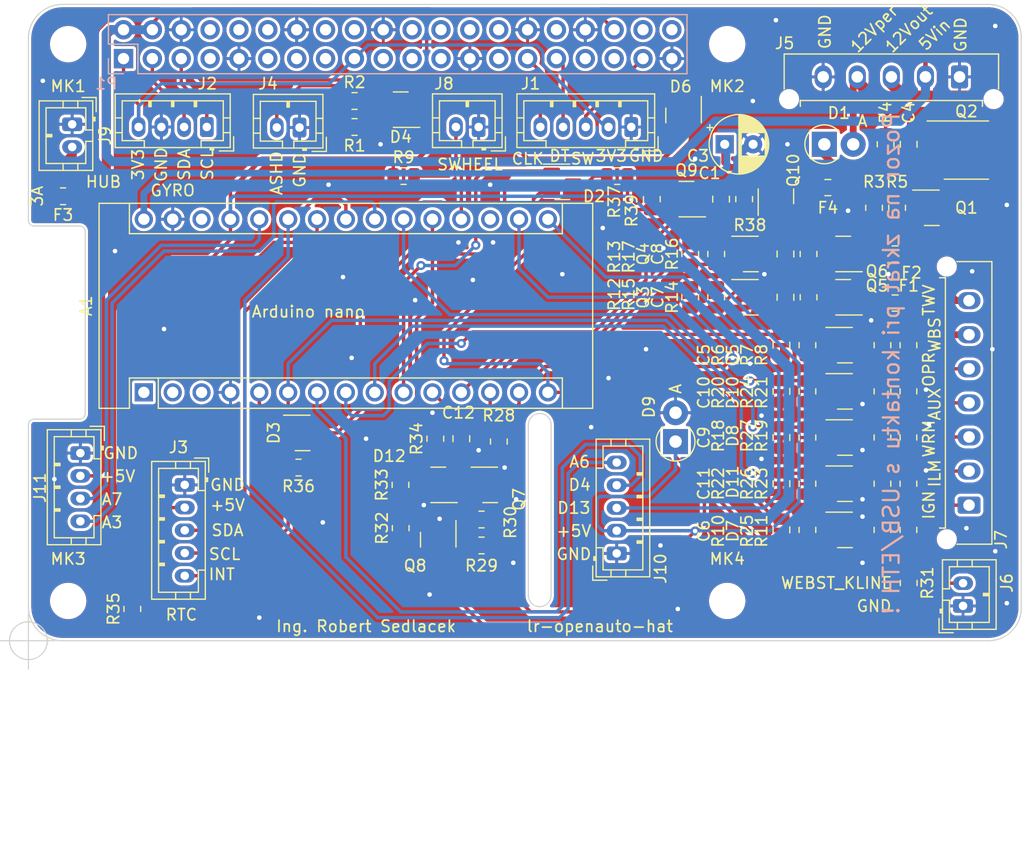
<source format=kicad_pcb>
(kicad_pcb (version 20211014) (generator pcbnew)
  (title_block (title "lr-openauto-hat") (date "2022-01-23") (rev "1") (company "Ing. Robert Sedlacek"))
  (layers (0 "F.Cu" signal) (31 "B.Cu" signal) (34 "B.Paste" user) (35 "F.Paste" user) (36 "B.SilkS" user "B.Silkscreen") (37 "F.SilkS" user "F.Silkscreen") (38 "B.Mask" user) (39 "F.Mask" user) (44 "Edge.Cuts" user))
  (net 0 "")
  (net 1 "+3V3")
  (net 2 "+5V")
  (net 3 "GND")
  (net 4 "/ID_SD")
  (net 5 "/ID_SC")
  (net 9 "/GPIO4(GCLK)")
  (net 10 "/GPIO14(TXD0)")
  (net 11 "/GPIO15(RXD0)")
  (net 12 "/GPIO17(GEN0)")
  (net 13 "/GPIO27(GEN2)")
  (net 14 "/GPIO22(GEN3)")
  (net 15 "/GPIO23(GEN4)")
  (net 16 "/GPIO24(GEN5)")
  (net 17 "/GPIO25(GEN6)")
  (net 18 "/GPIO18(GEN1)(PWM0)")
  (net 19 "/GPIO10(SPI0_MOSI)")
  (net 20 "/GPIO9(SPI0_MISO)")
  (net 21 "/GPIO11(SPI0_SCK)")
  (net 22 "/GPIO8(SPI0_CE_N)")
  (net 23 "/GPIO7(SPI1_CE_N)")
  (net 24 "/GPIO12(PWM0)")
  (net 25 "/GPIO13(PWM1)")
  (net 26 "/GPIO19(SPI1_MISO)")
  (net 27 "/AMPF_SHUTDOWN")
  (net 28 "/GPIO20(SPI1_MOSI)")
  (net 29 "/GPIO21(SPI1_SCK)")
  (net 30 "/ARD_SW_RX")
  (net 31 "/DS1307_INT")
  (net 32 "/ARD_WEBASTOREMOTE")
  (net 33 "/ARD_IGNITION")
  (net 34 "/RPI_PWR_EN")
  (net 35 "/ARD_THREEWAY_VALVE")
  (net 36 "/ARD_PWR_LATCH")
  (net 37 "/ARD_SW_TX")
  (net 40 "/ARD_OILPRESSURE")
  (net 41 "/ARD_AUX")
  (net 42 "/IN_LIGHTSENSOR")
  (net 43 "/DS1307_SDA")
  (net 44 "/DS1307_SCL")
  (net 45 "12V_PERMANENT")
  (net 46 "Net-(C4-Pad2)")
  (net 47 "Net-(C7-Pad2)")
  (net 48 "Net-(C8-Pad2)")
  (net 49 "/ARD_ILUM")
  (net 50 "Net-(D5-Pad3)")
  (net 51 "Net-(D7-Pad3)")
  (net 52 "Net-(D12-Pad3)")
  (net 53 "Net-(D8-Pad3)")
  (net 54 "5V_EXTERNAL")
  (net 55 "Net-(D10-Pad3)")
  (net 56 "Net-(D11-Pad3)")
  (net 57 "/OUT_WEBASTO")
  (net 58 "Net-(F1-Pad2)")
  (net 59 "/OUT_THREEWAY_VALVE")
  (net 60 "Net-(F2-Pad2)")
  (net 61 "RPI_3V3")
  (net 62 "/ENC_SW")
  (net 63 "/ENC_DT")
  (net 64 "/12V_PWR_OUT")
  (net 65 "/ENC_CLK")
  (net 66 "/AIN_OILPRESSURE")
  (net 67 "/IN_IGNITION")
  (net 68 "/IN_WEBASTOREMOTE")
  (net 69 "/IN_ILUM")
  (net 70 "/IN_AUX")
  (net 71 "Net-(Q1-Pad1)")
  (net 72 "Net-(Q3-Pad1)")
  (net 73 "Net-(Q4-Pad1)")
  (net 74 "Net-(A1-Pad19)")
  (net 75 "/ARD_WEBASTO")
  (net 76 "Net-(J4-Pad2)")
  (net 77 "Net-(J6-Pad2)")
  (net 78 "Net-(Q7-Pad1)")
  (net 79 "Net-(Q7-Pad2)")
  (net 80 "Net-(Q8-Pad1)")
  (net 81 "/GYRO_SCL")
  (net 82 "/GYRO_SDA")
  (net 83 "Net-(J9-Pad2)")
  (net 84 "Net-(A1-Pad7)")
  (net 85 "Net-(A1-Pad16)")
  (net 86 "Net-(A1-Pad25)")
  (net 87 "Net-(C3-Pad1)")
  (net 88 "Net-(C1-Pad1)")
  (net 89 "Net-(C1-Pad2)")
  (net 90 "Net-(D1-Pad1)")
  (net 91 "Net-(D2-Pad3)")
  (net 92 "Net-(D3-Pad2)")
  (net 93 "Net-(Q9-Pad1)")
  (net 94 "/IN_AAUX")
  (footprint "MountingHole:MountingHole_2.7mm_M2.5" (layer "F.Cu") (at 106.218 61.94 180)
    (fp_text reference "MK1")
    (fp_text value "M2.5")
  )
  (footprint "MountingHole:MountingHole_2.7mm_M2.5" (layer "F.Cu") (at 164.218 61.94 180)
    (fp_text reference "MK2")
    (fp_text value "M2.5")
  )
  (footprint "MountingHole:MountingHole_2.7mm_M2.5" (layer "F.Cu") (at 106.218 110.94)
    (fp_text reference "MK3")
    (fp_text value "M2.5")
  )
  (footprint "MountingHole:MountingHole_2.7mm_M2.5" (layer "F.Cu") (at 164.218 110.94)
    (fp_text reference "MK4")
    (fp_text value "M2.5")
  )
  (footprint "Connector_JST:JST_PH_B5B-PH-K_1x05_P2.00mm_Vertical" (layer "F.Cu") (at 154.492 106.756 90)
    (fp_text reference "J10")
    (fp_text value "Conn_01x05_Male")
  )
  (footprint "Connector_JST:JST_PH_B2B-PH-K_1x02_P2.00mm_Vertical" (layer "F.Cu") (at 142.342 69.228 180)
    (fp_text reference "J8")
    (fp_text value "Conn_01x02_Male")
  )
  (footprint "Package_TO_SOT_SMD:SOT-23" (layer "F.Cu") (at 174.57925 92.4935)
    (fp_text reference "D10")
    (fp_text value "BAT54S")
  )
  (footprint "Capacitor_SMD:C_0805_2012Metric" (layer "F.Cu") (at 140.818 96.66 -90)
    (fp_text reference "C12")
    (fp_text value "10n")
  )
  (footprint "Capacitor_SMD:C_0805_2012Metric" (layer "F.Cu") (at 168.99125 100.6215 -90)
    (fp_text reference "C11")
    (fp_text value "220n")
  )
  (footprint "Package_TO_SOT_SMD:SOT-23" (layer "F.Cu") (at 174.4245 80.404 180)
    (fp_text reference "Q6")
    (fp_text value "YJL3407A")
  )
  (footprint "Connector_JST:JST_PH_B2B-PH-K_1x02_P2.00mm_Vertical" (layer "F.Cu") (at 126.578 69.27 180)
    (fp_text reference "J4")
    (fp_text value "Conn_01x02_Male")
  )
  (footprint "Resistor_SMD:R_0805_2012Metric" (layer "F.Cu") (at 180.16725 104.6855 -90)
    (fp_text reference "R11")
    (fp_text value "100k")
  )
  (footprint "Resistor_SMD:R_0805_2012Metric" (layer "F.Cu") (at 177.88125 96.5575 90)
    (fp_text reference "R27")
    (fp_text value "100k")
  )
  (footprint "Capacitor_SMD:C_0805_2012Metric" (layer "F.Cu") (at 180.188 70.752 -90)
    (fp_text reference "C4")
    (fp_text value "10n")
  )
  (footprint "Diode_THT:D_DO-41_SOD81_P2.54mm_Vertical_AnodeUp" (layer "F.Cu") (at 159.669766 96.914 90)
    (fp_text reference "D9")
    (fp_text value "3V6")
  )
  (footprint "Resistor_SMD:R_0805_2012Metric" (layer "F.Cu") (at 135.484 104.534 90)
    (fp_text reference "R32")
    (fp_text value "10k")
  )
  (footprint "Resistor_SMD:R_0805_2012Metric" (layer "F.Cu") (at 111.862 111.646 90)
    (fp_text reference "R35")
    (fp_text value "100k")
  )
  (footprint "Package_TO_SOT_SMD:SOT-23" (layer "F.Cu") (at 160.376 68.212 -90)
    (fp_text reference "D6")
    (fp_text value "BAT54C")
  )
  (footprint "Resistor_SMD:R_0805_2012Metric" (layer "F.Cu") (at 163.2485 84.214 -90)
    (fp_text reference "R15")
    (fp_text value "1M")
  )
  (footprint "Resistor_SMD:R_0805_2012Metric" (layer "F.Cu") (at 177.88125 92.4935 90)
    (fp_text reference "R24")
    (fp_text value "100k")
  )
  (footprint "Capacitor_SMD:C_0805_2012Metric" (layer "F.Cu") (at 169.3445 84.214 -90)
    (fp_text reference "C7")
    (fp_text value "10n")
  )
  (footprint "Resistor_SMD:R_0805_2012Metric" (layer "F.Cu") (at 171.3765 80.404 90)
    (fp_text reference "R16")
    (fp_text value "100k")
  )
  (footprint "Package_TO_SOT_SMD:SOT-23" (layer "F.Cu") (at 174.4245 84.214 180)
    (fp_text reference "Q5")
    (fp_text value "YJL3407A")
  )
  (footprint "Resistor_SMD:R_0805_2012Metric" (layer "F.Cu") (at 180.16725 96.5575 -90)
    (fp_text reference "R19")
    (fp_text value "100k")
  )
  (footprint "Resistor_SMD:R_0805_2012Metric" (layer "F.Cu") (at 160.9625 80.404 -90)
    (fp_text reference "R13")
    (fp_text value "330")
  )
  (footprint "Fuse:Fuse_0805_2012Metric_Pad1.15x1.40mm_HandSolder" (layer "F.Cu") (at 178.9965 84.722 180)
    (fp_text reference "F1")
    (fp_text value "Polyfuse")
  )
  (footprint "Resistor_SMD:R_0805_2012Metric" (layer "F.Cu") (at 135.738 73.546)
    (fp_text reference "R9")
    (fp_text value "4.7K")
  )
  (footprint "Capacitor_SMD:C_0805_2012Metric" (layer "F.Cu") (at 168.99125 88.4295 -90)
    (fp_text reference "C5")
    (fp_text value "220n")
  )
  (footprint "Resistor_SMD:R_0805_2012Metric" (layer "F.Cu") (at 177.88125 88.4295 90)
    (fp_text reference "R7")
    (fp_text value "4.7k")
  )
  (footprint "Capacitor_SMD:C_0805_2012Metric" (layer "F.Cu") (at 169.3445 80.404 -90)
    (fp_text reference "C8")
    (fp_text value "10n")
  )
  (footprint "Resistor_SMD:R_0805_2012Metric_Pad1.20x1.40mm_HandSolder" (layer "F.Cu") (at 105.766 75.324 180)
    (fp_text reference "F3")
    (fp_text value "4.7K")
  )
  (footprint "Capacitor_SMD:C_0805_2012Metric" (layer "F.Cu") (at 163.678 75.578 90)
    (fp_text reference "C1")
    (fp_text value "10n")
  )
  (footprint "Capacitor_THT:CP_Radial_D5.0mm_P2.50mm" (layer "F.Cu") (at 163.996888 70.752)
    (fp_text reference "C3")
    (fp_text value "10u/16V")
  )
  (footprint "Package_TO_SOT_SMD:SOT-23" (layer "F.Cu") (at 182.22 76.34)
    (fp_text reference "Q1")
    (fp_text value "MMBF170")
  )
  (footprint "Resistor_SMD:R_0805_2012Metric" (layer "F.Cu") (at 163.2485 80.404 -90)
    (fp_text reference "R17")
    (fp_text value "1M")
  )
  (footprint "Module:Arduino_Nano" (layer "F.Cu") (at 112.878 92.586 90)
    (fp_text reference "A1")
    (fp_text value "Arduino_Nano_v2.x")
  )
  (footprint "Resistor_SMD:R_0805_2012Metric" (layer "F.Cu") (at 171.27725 88.4295 -90)
    (fp_text reference "R6")
    (fp_text value "330")
  )
  (footprint "Resistor_SMD:R_0805_2012Metric" (layer "F.Cu") (at 171.27725 96.5575 -90)
    (fp_text reference "R18")
    (fp_text value "330")
  )
  (footprint "Resistor_SMD:R_0805_2012Metric" (layer "F.Cu") (at 142.596 103.772 180)
    (fp_text reference "R30")
    (fp_text value "10k")
  )
  (footprint "Capacitor_SMD:C_0805_2012Metric" (layer "F.Cu") (at 168.99125 92.4935 -90)
    (fp_text reference "C10")
    (fp_text value "220n")
  )
  (footprint "Package_TO_SOT_SMD:SOT-23" (layer "F.Cu") (at 143.358 100.724)
    (fp_text reference "Q7")
    (fp_text value "BC856")
  )
  (footprint "Package_TO_SOT_SMD:SOT-23" (layer "F.Cu") (at 174.57925 104.6855)
    (fp_text reference "D7")
    (fp_text value "BAT54S")
  )
  (footprint "Resistor_SMD:R_0805_2012Metric" (layer "F.Cu") (at 157.582 75.578 -90)
    (fp_text reference "R39")
    (fp_text value "1M")
  )
  (footprint "Package_TO_SOT_SMD:SOT-23" (layer "F.Cu") (at 135.484 67.704 180)
    (fp_text reference "D4")
    (fp_text value "BAT54S")
  )
  (footprint "Resistor_SMD:R_0805_2012Metric" (layer "F.Cu") (at 180.16725 88.4295 -90)
    (fp_text reference "R8")
    (fp_text value "10k")
  )
  (footprint "Resistor_SMD:R_0805_2012Metric" (layer "F.Cu") (at 171.27725 92.4935 -90)
    (fp_text reference "R20")
    (fp_text value "330")
  )
  (footprint "Capacitor_SMD:C_0805_2012Metric" (layer "F.Cu") (at 168.99125 96.5575 -90)
    (fp_text reference "C9")
    (fp_text value "220n")
  )
  (footprint "Package_TO_SOT_SMD:SOT-23" (layer "F.Cu") (at 138.786 100.724 180)
    (fp_text reference "D12")
    (fp_text value "BAT54S")
  )
  (footprint "Resistor_SMD:R_0805_2012Metric" (layer "F.Cu") (at 142.596 106.058)
    (fp_text reference "R29")
    (fp_text value "10k")
  )
  (footprint "Connector_Molex:Molex_Micro-Fit_3.0_43650-0715_1x07_P3.00mm_Vertical" (layer "F.Cu") (at 185.50125 102.5095 90)
    (fp_text reference "J7")
    (fp_text value "Conn_01x07_Male")
  )
  (footprint "Fuse:Fuse_0805_2012Metric_Pad1.15x1.40mm_HandSolder" (layer "F.Cu") (at 178.9965 80.404 180)
    (fp_text reference "F2")
    (fp_text value "Polyfuse")
  )
  (footprint "Connector_JST:JST_PH_B5B-PH-K_1x05_P2.00mm_Vertical" (layer "F.Cu") (at 155.772 69.228 180)
    (fp_text reference "J1")
    (fp_text value "Conn_01x05_Male")
  )
  (footprint "Resistor_SMD:R_0805_2012Metric" (layer "F.Cu") (at 178.156 70.752 90)
    (fp_text reference "R4")
    (fp_text value "100k")
  )
  (footprint "Package_TO_SOT_SMD:SOT-23" (layer "F.Cu") (at 166.2965 84.214)
    (fp_text reference "Q3")
    (fp_text value "MMBF170")
  )
  (footprint "Resistor_SMD:R_0805_2012Metric" (layer "F.Cu") (at 144.12 96.914 90)
    (fp_text reference "R28")
    (fp_text value "10k")
  )
  (footprint "Resistor_SMD:R_0805_2012Metric" (layer "F.Cu") (at 131.42 66.942)
    (fp_text reference "R2")
    (fp_text value "1k")
  )
  (footprint "Resistor_SMD:R_0805_2012Metric" (layer "F.Cu") (at 171.27725 100.6215 -90)
    (fp_text reference "R22")
    (fp_text value "330")
  )
  (footprint "Resistor_SMD:R_0805_2012Metric" (layer "F.Cu") (at 179.172 76.34 90)
    (fp_text reference "R5")
    (fp_text value "1M")
  )
  (footprint "Resistor_SMD:R_0805_2012Metric" (layer "F.Cu") (at 126.4905 99.2 180)
    (fp_text reference "R36")
    (fp_text value "0R")
  )
  (footprint "Package_TO_SOT_SMD:SOT-23" (layer "F.Cu") (at 126.848 96.152)
    (fp_text reference "D3")
    (fp_text value "BAT54C")
  )
  (footprint "Resistor_SMD:R_0805_2012Metric" (layer "F.Cu") (at 154.534 73.546)
    (fp_text reference "R37")
    (fp_text value "330")
  )
  (footprint "Connector_Molex:Molex_Micro-Fit_3.0_43650-0515_1x05_P3.00mm_Vertical" (layer "F.Cu") (at 184.664 64.817 180)
    (fp_text reference "J5")
    (fp_text value "Conn_01x05_Male")
  )
  (footprint "Package_TO_SOT_SMD:SOT-23" (layer "F.Cu") (at 166.2965 80.404)
    (fp_text reference "Q4")
    (fp_text value "MMBF170")
  )
  (footprint "Fuse:Fuse_0805_2012Metric_Pad1.15x1.40mm_HandSolder" (layer "F.Cu") (at 173.076 74.562)
    (fp_text reference "F4")
    (fp_text value "Polyfuse")
  )
  (footprint "Package_TO_SOT_SMD:SOT-23" (layer "F.Cu") (at 149.708 74.054)
    (fp_text reference "D2")
    (fp_text value "BAT54C")
  )
  (footprint "Resistor_SMD:R_0805_2012Metric" (layer "F.Cu") (at 180.16725 92.4935 -90)
    (fp_text reference "R21")
    (fp_text value "100k")
  )
  (footprint "Resistor_SMD:R_0805_2012Metric" (layer "F.Cu") (at 160.9625 84.214 -90)
    (fp_text reference "R12")
    (fp_text value "330")
  )
  (footprint "Connector_JST:JST_PH_B2B-PH-K_1x02_P2.00mm_Vertical" (layer "F.Cu") (at 106.57 68.99 -90)
    (fp_text reference "J9")
    (fp_text value "Conn_01x02_Male")
  )
  (footprint "Connector_JST:JST_PH_B5B-PH-K_1x05_P2.00mm_Vertical" (layer "F.Cu") (at 116.476 100.724 -90)
    (fp_text reference "J3")
    (fp_text value "Conn_01x05_Male")
  )
  (footprint "Resistor_SMD:R_0805_2012Metric" (layer "F.Cu") (at 131.42 69.228 180)
    (fp_text reference "R1")
    (fp_text value "100k")
  )
  (footprint "Package_TO_SOT_SMD:SOT-23" (layer "F.Cu") (at 174.57925 88.4295)
    (fp_text reference "D5")
    (fp_text value "BAT54S")
  )
  (footprint "Connector_JST:JST_PH_B2B-PH-K_1x02_P2.00mm_Vertical" (layer "F.Cu") (at 184.972 111.376 90)
    (fp_text reference "J6")
    (fp_text value "Conn_01x02_Male")
  )
  (footprint "Resistor_SMD:R_0805_2012Metric" (layer "F.Cu") (at 177.88125 104.6855 -90)
    (fp_text reference "R25")
    (fp_text value "100k")
  )
  (footprint "Resistor_SMD:R_0805_2012Metric" (layer "F.Cu") (at 165.71 75.578 -90)
    (fp_text reference "R38")
    (fp_text value "100k")
  )
  (footprint "Resistor_SMD:R_0805_2012Metric" (layer "F.Cu") (at 138.532 96.66 90)
    (fp_text reference "R34")
    (fp_text value "100k")
  )
  (footprint "Resistor_SMD:R_0805_2012Metric" (layer "F.Cu") (at 135.464 100.724 90)
    (fp_text reference "R33")
    (fp_text value "5k6")
  )
  (footprint "Package_TO_SOT_SMD:SOT-23" (layer "F.Cu") (at 168.504 75.324 90)
    (fp_text reference "Q10")
    (fp_text value "YJL3407A")
  )
  (footprint "Connector_JST:JST_PH_B4B-PH-K_1x04_P2.00mm_Vertical" (layer "F.Cu") (at 118.418 69.228 180)
    (fp_text reference "J2")
    (fp_text value "Conn_01x04_Male")
  )
  (footprint "Connector_JST:JST_PH_B4B-PH-K_1x04_P2.00mm_Vertical" (layer "F.Cu") (at 107.29 97.93 -90)
    (fp_text reference "J11")
    (fp_text value "Conn_01x04_Male")
  )
  (footprint "Resistor_SMD:R_0805_2012Metric" (layer "F.Cu") (at 180.188 109.36 -90)
    (fp_text reference "R31")
    (fp_text value "1k")
  )
  (footprint "Package_TO_SOT_SMD:SOT-23" (layer "F.Cu") (at 138.786 105.55 -90)
    (fp_text reference "Q8")
    (fp_text value "BC846")
  )
  (footprint "Resistor_SMD:R_0805_2012Metric" (layer "F.Cu") (at 171.27725 104.6855 -90)
    (fp_text reference "R10")
    (fp_text value "330")
  )
  (footprint "Resistor_SMD:R_0805_2012Metric" (layer "F.Cu") (at 177.14 76.34 90)
    (fp_text reference "R3")
    (fp_text value "330")
  )
  (footprint "Diode_THT:D_DO-41_SOD81_P2.54mm_Vertical_AnodeUp" (layer "F.Cu") (at 172.766234 70.752)
    (fp_text reference "D1")
    (fp_text value "1N4002")
  )
  (footprint "Capacitor_SMD:C_0805_2012Metric" (layer "F.Cu") (at 168.99125 104.6855 -90)
    (fp_text reference "C6")
    (fp_text value "220n")
  )
  (footprint "Resistor_SMD:R_0805_2012Metric" (layer "F.Cu") (at 177.88125 100.6215 90)
    (fp_text reference "R26")
    (fp_text value "100k")
  )
  (footprint "Resistor_SMD:R_0805_2012Metric" (layer "F.Cu") (at 180.16725 100.6215 -90)
    (fp_text reference "R23")
    (fp_text value "100k")
  )
  (footprint "Package_TO_SOT_SMD:SOT-23" (layer "F.Cu") (at 174.57925 100.6215)
    (fp_text reference "D11")
    (fp_text value "BAT54S")
  )
  (footprint "Package_TO_SOT_SMD:SOT-23" (layer "F.Cu") (at 160.63 75.578 180)
    (fp_text reference "Q9")
    (fp_text value "MMBF170")
  )
  (footprint "Resistor_SMD:R_0805_2012Metric" (layer "F.Cu") (at 171.3765 84.214 90)
    (fp_text reference "R14")
    (fp_text value "100k")
  )
  (footprint "Package_TO_SOT_SMD:SOT-23" (layer "F.Cu") (at 174.57925 96.5575)
    (fp_text reference "D8")
    (fp_text value "BAT54S")
  )
  (footprint "Package_SO:SOIC-8_3.9x4.9mm_P1.27mm" (layer "F.Cu") (at 185.268 71.26)
    (fp_text reference "Q2")
    (fp_text value "AO4407A")
  )
  (footprint "Connector_PinSocket_2.54mm:PinSocket_2x20_P2.54mm_Vertical" (layer "B.Cu") (at 111.088 63.21 -90)
    (fp_text reference "P1")
    (fp_text value "Conn_02x20_Odd_Even")
  )
  (gr_arc (start 146.718 95.44) (mid 147.718 94.44) (end 148.718 95.44) (layer "Edge.Cuts") (width 0.1))
  (gr_line (start 107.218 94.94) (end 103.218 94.94) (layer "Edge.Cuts") (width 0.1))
  (gr_line (start 102.718 95.44) (end 102.718 111.44) (layer "Edge.Cuts") (width 0.1))
  (gr_line (start 107.718 78.44) (end 107.718 94.44) (layer "Edge.Cuts") (width 0.1))
  (gr_line (start 187.046 58.44332) (end 105.718 58.44) (layer "Edge.Cuts") (width 0.1))
  (gr_arc (start 190.094 111.392) (mid 189.308525 113.536732) (end 187.21068 114.44) (layer "Edge.Cuts") (width 0.1))
  (gr_arc (start 102.718 95.44) (mid 102.864138 95.086755) (end 103.217127 94.940001) (layer "Edge.Cuts") (width 0.1))
  (gr_line (start 148.718 95.44) (end 148.718 110.44) (layer "Edge.Cuts") (width 0.1))
  (gr_arc (start 107.718 94.44) (mid 107.571553 94.793553) (end 107.218 94.94) (layer "Edge.Cuts") (width 0.1))
  (gr_line (start 105.718 114.44) (end 187.21068 114.44) (layer "Edge.Cuts") (width 0.1))
  (gr_arc (start 102.718 61.44) (mid 103.59668 59.31868) (end 105.718 58.44) (layer "Edge.Cuts") (width 0.1))
  (gr_arc (start 187.046 58.44332) (mid 189.232336 59.267981) (end 190.094 61.44) (layer "Edge.Cuts") (width 0.1))
  (gr_arc (start 103.218 77.94) (mid 102.864447 77.793553) (end 102.718 77.44) (layer "Edge.Cuts") (width 0.1))
  (gr_arc (start 148.718 110.44) (mid 147.718 111.44) (end 146.718 110.44) (layer "Edge.Cuts") (width 0.1))
  (gr_arc (start 105.718 114.44) (mid 103.59668 113.56132) (end 102.718 111.44) (layer "Edge.Cuts") (width 0.1))
  (gr_arc (start 107.218 77.94) (mid 107.571553 78.086447) (end 107.718 78.44) (layer "Edge.Cuts") (width 0.1))
  (gr_line (start 190.094 111.392) (end 190.094 61.44) (layer "Edge.Cuts") (width 0.1))
  (gr_line (start 102.718 61.44) (end 102.718 77.44) (layer "Edge.Cuts") (width 0.1))
  (gr_line (start 103.218 77.94) (end 107.218 77.94) (layer "Edge.Cuts") (width 0.1))
  (gr_line (start 146.718 110.44) (end 146.718 95.44) (layer "Edge.Cuts") (width 0.1))
  (gr_text "Pozor na zkrat pri kontaktu s USB/ETH !" (at 178.664 90.056 90) (layer "B.SilkS") (effects (font (size 1.4 1.4) (thickness 0.2)) (justify mirror)))
  (gr_text "WRM" (at 181.966 96.66 90) (layer "F.SilkS") (effects (font (size 1 1))))
  (gr_text "HUB" (at 109.322 74.054) (layer "F.SilkS") (effects (font (size 1 1))))
  (gr_text "D13" (at 150.724 102.756) (layer "F.SilkS") (effects (font (size 1 1))))
  (gr_text "Arduino nano" (at 127.356 85.484) (layer "F.SilkS") (effects (font (size 1 1))))
  (gr_text "SCL" (at 119.99 106.82) (layer "F.SilkS") (effects (font (size 1 1))))
  (gr_text "ILM" (at 182.474 99.708 90) (layer "F.SilkS") (effects (font (size 1 1))))
  (gr_text "5Vin" (at 182.474 61.1 45) (layer "F.SilkS") (effects (font (size 1 1))))
  (gr_text "WEBST_KLINE" (at 173.838 109.36) (layer "F.SilkS") (effects (font (size 1 1))))
  (gr_text "SDA" (at 116.434 72.53 90) (layer "F.SilkS") (effects (font (size 1 1))))
  (gr_text "RTC" (at 116.18 112.154) (layer "F.SilkS") (effects (font (size 1 1))))
  (gr_text "GYRO" (at 115.418 74.816) (layer "F.SilkS") (effects (font (size 1 1))))
  (gr_text "GND" (at 114.402 72.53 90) (layer "F.SilkS") (effects (font (size 1 1))))
  (gr_text "3V3" (at 112.37 72.53 90) (layer "F.SilkS") (effects (font (size 1 1))))
  (gr_text "IGN" (at 181.966 102.502 90) (layer "F.SilkS") (effects (font (size 1 1))))
  (gr_text "+5V" (at 150.724 104.788) (layer "F.SilkS") (effects (font (size 1 1))))
  (gr_text "A3" (at 110.084 104.026) (layer "F.SilkS") (effects (font (size 1 1))))
  (gr_text "3V3" (at 154.026 71.768) (layer "F.SilkS") (effects (font (size 1 1))))
  (gr_text "ASHD" (at 124.562 73.292 90) (layer "F.SilkS") (effects (font (size 1 1))))
  (gr_text "A7" (at 110.084 101.994) (layer "F.SilkS") (effects (font (size 1 1))))
  (gr_text "OPR" (at 181.966 90.564 90) (layer "F.SilkS") (effects (font (size 1 1))))
  (gr_text "AUX" (at 182.474 93.612 90) (layer "F.SilkS") (effects (font (size 1 1))))
  (gr_text "GND" (at 110.846 97.93) (layer "F.SilkS") (effects (font (size 1 1))))
  (gr_text "lr-openauto-hat" (at 153.01 113.17) (layer "F.SilkS") (effects (font (size 1 1))))
  (gr_text "D4" (at 151.232 100.724) (layer "F.SilkS") (effects (font (size 1 1))))
  (gr_text "12Vper" (at 177.14 60.592 45) (layer "F.SilkS") (effects (font (size 1 1))))
  (gr_text "TWV" (at 181.966 84.468 90) (layer "F.SilkS") (effects (font (size 1 1))))
  (gr_text "12Vout" (at 180.188 60.592 45) (layer "F.SilkS") (effects (font (size 1 1))))
  (gr_text "SCL" (at 118.466 72.53 90) (layer "F.SilkS") (effects (font (size 1 1))))
  (gr_text "WBS" (at 182.474 87.516 90) (layer "F.SilkS") (effects (font (size 1 1))))
  (gr_text "SW" (at 151.486 72.022) (layer "F.SilkS") (effects (font (size 1 1))))
  (gr_text "GND" (at 177.14 111.392) (layer "F.SilkS") (effects (font (size 1 1))))
  (gr_text "GND" (at 126.594 73.038 90) (layer "F.SilkS") (effects (font (size 1 1))))
  (gr_text "SDA" (at 120.244 104.724) (layer "F.SilkS") (effects (font (size 1 1))))
  (gr_text "+5V" (at 110.592 99.962) (layer "F.SilkS") (effects (font (size 1 1))))
  (gr_text "3A" (at 103.48 75.324 90) (layer "F.SilkS") (effects (font (size 1 1))))
  (gr_text "+5V" (at 120.244 102.502) (layer "F.SilkS") (effects (font (size 1 1))))
  (gr_text "Ing. Robert Sedlacek" (at 132.436 113.17) (layer "F.SilkS") (effects (font (size 1 1))))
  (gr_text "DT" (at 149.454 71.768) (layer "F.SilkS") (effects (font (size 1 1))))
  (gr_text "GND" (at 120.244 100.724) (layer "F.SilkS") (effects (font (size 1 1))))
  (gr_text "A6" (at 151.232 98.692) (layer "F.SilkS") (effects (font (size 1 1))))
  (gr_text "SWHEEL" (at 141.58 72.53) (layer "F.SilkS") (effects (font (size 1 1))))
  (gr_text "GND" (at 184.76 61.1 90) (layer "F.SilkS") (effects (font (size 1 1))))
  (gr_text "GND" (at 157.074 71.768) (layer "F.SilkS") (effects (font (size 1 1))))
  (gr_text "INT" (at 119.736 108.598) (layer "F.SilkS") (effects (font (size 1 1))))
  (gr_text "GND" (at 150.724 106.82) (layer "F.SilkS") (effects (font (size 1 1))))
  (gr_text "CLK" (at 146.66 72.022) (layer "F.SilkS") (effects (font (size 1 1))))
  (gr_text "GND" (at 172.822 60.846 90) (layer "F.SilkS") (effects (font (size 1 1))))
  (target plus (at 102.718 114.44) (size 5) (width 0.1) (layer "Edge.Cuts"))
  (segment (start 147.168 91.326) (end 148.184 90.31) (width 0.3) (layer "F.Cu") (net 1))
  (segment (start 144.628 100.724) (end 145.898 99.454) (width 0.3) (layer "F.Cu") (net 1))
  (segment (start 147.168 93.358) (end 147.168 91.326) (width 0.3) (layer "F.Cu") (net 1))
  (segment (start 145.898 99.454) (end 145.898 94.628) (width 0.3) (layer "F.Cu") (net 1))
  (segment (start 148.184 90.31) (end 163.932 90.31) (width 0.3) (layer "F.Cu") (net 1))
  (segment (start 163.932 90.31) (end 164.694 89.548) (width 0.3) (layer "F.Cu") (net 1))
  (segment (start 145.898 94.628) (end 147.168 93.358) (width 0.3) (layer "F.Cu") (net 1))
  (via (at 164.694 89.548) (size 0.8) (drill 0.4) (layers "F.Cu" "B.Cu") (net 1))
  (segment (start 164.694 89.548) (end 164.694 89.04) (width 0.3) (layer "B.Cu") (net 1))
  (segment (start 145.898 81.674) (end 145.898 77.346) (width 0.3) (layer "B.Cu") (net 1))
  (segment (start 164.694 89.04) (end 159.868 84.214) (width 0.3) (layer "B.Cu") (net 1))
  (segment (start 148.438 84.214) (end 145.898 81.674) (width 0.3) (layer "B.Cu") (net 1))
  (segment (start 159.868 84.214) (end 148.438 84.214) (width 0.3) (layer "B.Cu") (net 1))
  (segment (start 181.966 102.756) (end 183.744 100.978) (width 0.3) (layer "F.Cu") (net 2))
  (segment (start 134.722 72.022) (end 123.292 72.022) (width 0.4) (layer "F.Cu") (net 2))
  (segment (start 110.846 85.484) (end 110.846 97.676) (width 0.3) (layer "F.Cu") (net 2))
  (segment (start 114.37 109.9) (end 114.37 102.724) (width 0.3) (layer "F.Cu") (net 2))
  (segment (start 185.674729 106.544021) (end 175.167771 106.544021) (width 0.3) (layer "F.Cu") (net 2))
  (segment (start 142.194329 102.72248) (end 142.64648 103.174631) (width 0.3) (layer "F.Cu") (net 2))
  (segment (start 174.092 94.374) (end 182.474 94.374) (width 0.3) (layer "F.Cu") (net 2))
  (segment (start 123.292 72.022) (end 120.498 74.816) (width 0.4) (layer "F.Cu") (net 2))
  (segment (start 174.346 102.756) (end 181.966 102.756) (width 0.3) (layer "F.Cu") (net 2))
  (segment (start 162.209766 103.970234) (end 162.209766 100.779766) (width 0.3) (layer "F.Cu") (net 2))
  (segment (start 173.64175 89.3795) (end 173.64175 90.286) (width 0.3) (layer "F.Cu") (net 2))
  (segment (start 173.6695 97.5075) (end 174.6 98.438) (width 0.3) (layer "F.Cu") (net 2))
  (segment (start 145.136 68.212) (end 143.866 66.942) (width 0.4) (layer "F.Cu") (net 2))
  (segment (start 146.66 72.022) (end 145.136 70.498) (width 0.4) (layer "F.Cu") (net 2))
  (segment (start 188.04125 94.90275) (end 188.04125 97.95075) (width 0.3) (layer "F.Cu") (net 2))
  (segment (start 111.862 110.7335) (end 113.5365 110.7335) (width 0.3) (layer "F.Cu") (net 2))
  (segment (start 173.64175 97.5075) (end 173.6695 97.5075) (width 0.3) (layer "F.Cu") (net 2))
  (segment (start 120.498 77.346) (end 120.498 79.134) (width 0.3) (layer "F.Cu") (net 2))
  (segment (start 188.0205 97.93) (end 188.04125 97.95075) (width 0.3) (layer "F.Cu") (net 2))
  (segment (start 183.998 97.93) (end 188.0205 97.93) (width 0.3) (layer "F.Cu") (net 2))
  (segment (start 141.072 102.248) (end 141.072 100.216) (width 0.3) (layer "F.Cu") (net 2))
  (segment (start 140.63 99.774) (end 139.7235 99.774) (width 0.3) (layer "F.Cu") (net 2))
  (segment (start 187.02525 91.9855) (end 188.04125 93.0015) (width 0.3) (layer "F.Cu") (net 2))
  (segment (start 175.167771 106.544021) (end 174.25925 105.6355) (width 0.3) (layer "F.Cu") (net 2))
  (segment (start 141.517053 102.72248) (end 142.194329 102.72248) (width 0.3) (layer "F.Cu") (net 2))
  (segment (start 188.04125 97.95075) (end 188.04125 100.74475) (width 0.3) (layer "F.Cu") (net 2))
  (segment (start 143.866 66.942) (end 140.056 66.942) (width 0.4) (layer "F.Cu") (net 2))
  (segment (start 183.00275 94.90275) (end 188.04125 94.90275) (width 0.3) (layer "F.Cu") (net 2))
  (segment (start 113.5365 110.7335) (end 114.37 109.9) (width 0.3) (layer "F.Cu") (net 2))
  (segment (start 120.498 74.816) (end 120.498 77.346) (width 0.3) (layer "F.Cu") (net 2))
  (segment (start 110.846 97.676) (end 110.846 100.47) (width 0.3) (layer "F.Cu") (net 2))
  (segment (start 154.492 104.756) (end 161.36 104.756) (width 0.3) (layer "F.Cu") (net 2))
  (segment (start 174.25925 105.6355) (end 173.64175 105.6355) (width 0.3) (layer "F.Cu") (net 2))
  (segment (start 175.167771 106.544021) (end 167.974021 106.544021) (width 0.3) (layer "F.Cu") (net 2))
  (segment (start 134.8255 72.1255) (end 134.722 72.022) (width 0.4) (layer "F.Cu") (net 2))
  (segment (start 118.72 80.912) (end 115.418 80.912) (width 0.3) (layer "F.Cu") (net 2))
  (segment (start 183.51802 98.40998) (end 183.998 97.93) (width 0.3) (layer "F.Cu") (net 2))
  (segment (start 113.164 102.724) (end 114.37 102.724) (width 0.3) (layer "F.Cu") (net 2))
  (segment (start 141.517053 102.693053) (end 141.072 102.248) (width 0.3) (layer "F.Cu") (net 2))
  (segment (start 141.072 100.216) (end 140.63 99.774) (width 0.3) (layer "F.Cu") (net 2))
  (segment (start 159.669766 96.914) (end 159.669766 98.239766) (width 0.3) (layer "F.Cu") (net 2))
  (segment (start 182.474 94.374) (end 183.00275 94.90275) (width 0.3) (layer "F.Cu") (net 2))
  (segment (start 159.669766 98.239766) (end 162.209766 100.779766) (width 0.3) (layer "F.Cu") (net 2))
  (segment (start 173.64175 90.286) (end 173.81725 90.4615) (width 0.3) (layer "F.Cu") (net 2))
  (segment (start 142.64648 107.63248) (end 146.914 111.9) (width 0.3) (layer "F.Cu") (net 2))
  (segment (start 138.532 68.466) (end 138.532 70.498) (width 0.4) (layer "F.Cu") (net 2))
  (segment (start 174.6 98.438) (end 174.62802 98.40998) (width 0.3) (layer "F.Cu") (net 2))
  (segment (start 173.81725 90.4615) (end 181.18325 90.4615) (width 0.3) (layer "F.Cu") (net 2))
  (segment (start 167.974021 106.544021) (end 162.209766 100.779766) (width 0.3) (layer "F.Cu") (net 2))
  (segment (start 160.376 70.244) (end 158.598 72.022) (width 0.4) (layer "F.Cu") (net 2))
  (segment (start 188.04125 104.1775) (end 185.674729 106.544021) (width 0.3) (layer "F.Cu") (net 2))
  (segment (start 188.04125 100.74475) (end 188.04125 104.1775) (width 0.3) (layer "F.Cu") (net 2))
  (segment (start 142.64648 103.174631) (end 142.64648 107.63248) (width 0.3) (layer "F.Cu") (net 2))
  (segment (start 173.64175 102.05175) (end 174.346 102.756) (width 0.3) (layer "F.Cu") (net 2))
  (segment (start 161.36 104.756) (end 161.392 104.788) (width 0.3) (layer "F.Cu") (net 2))
  (segment (start 140.056 66.942) (end 138.532 68.466) (width 0.4) (layer "F.Cu") (net 2))
  (segment (start 113.132 102.756) (end 113.164 102.724) (width 0.3) (layer "F.Cu") (net 2))
  (segment (start 114.37 102.724) (end 116.476 102.724) (width 0.3) (layer "F.Cu") (net 2))
  (segment (start 138.532 70.498) (end 137.008 72.022) (width 0.4) (layer "F.Cu") (net 2))
  (segment (start 161.392 104.788) (end 162.209766 103.970234) (width 0.3) (layer "F.Cu") (net 2))
  (segment (start 188.04125 93.0015) (end 188.04125 94.90275) (width 0.3) (layer "F.Cu") (net 2))
  (segment (start 173.64175 93.92375) (end 174.092 94.374) (width 0.3) (layer "F.Cu") (net 2))
  (segment (start 115.418 80.912) (end 110.846 85.484) (width 0.3) (layer "F.Cu") (net 2))
  (segment (start 174.62802 98.40998) (end 183.51802 98.40998) (width 0.3) (layer "F.Cu") (net 2))
  (segment (start 183.744 100.978) (end 187.808 100.978) (width 0.3) (layer "F.Cu") (net 2))
  (segment (start 137.008 72.022) (end 134.722 72.022) (width 0.4) (layer "F.Cu") (net 2))
  (segment (start 182.70725 91.9855) (end 187.02525 91.9855) (width 0.3) (layer "F.Cu") (net 2))
  (segment (start 154.28 111.9) (end 161.392 104.788) (width 0.3) (layer "F.Cu") (net 2))
  (segment (start 134.8255 73.546) (end 134.8255 72.1255) (width 0.3) (layer "F.Cu") (net 2))
  (segment (start 160.376 69.1495) (end 160.376 70.244) (width 0.4) (layer "F.Cu") (net 2))
  (segment (start 120.498 79.134) (end 118.72 80.912) (width 0.3) (layer "F.Cu") (net 2))
  (segment (start 158.598 72.022) (end 146.66 72.022) (width 0.4) (layer "F.Cu") (net 2))
  (segment (start 173.64175 93.4435) (end 173.64175 93.92375) (width 0.3) (layer "F.Cu") (net 2))
  (segment (start 187.808 100.978) (end 188.04125 100.74475) (width 0.3) (layer "F.Cu") (net 2))
  (segment (start 141.517053 102.72248) (end 141.517053 102.693053) (width 0.3) (layer "F.Cu") (net 2))
  (segment (start 173.64175 101.5715) (end 173.64175 102.05175) (width 0.3) (layer "F.Cu") (net 2))
  (segment (start 146.914 111.9) (end 154.28 111.9) (width 0.3) (layer "F.Cu") (net 2))
  (segment (start 110.846 100.47) (end 113.132 102.756) (width 0.3) (layer "F.Cu") (net 2))
  (segment (start 181.18325 90.4615) (end 182.70725 91.9855) (width 0.3) (layer "F.Cu") (net 2))
  (segment (start 145.136 70.498) (end 145.136 68.212) (width 0.4) (layer "F.Cu") (net 2))
  (via (at 161.392 104.788) (size 0.8) (drill 0.4) (layers "F.Cu" "B.Cu") (net 2))
  (segment (start 120.752 75.324) (end 155.804 75.324) (width 0.3) (layer "B.Cu") (net 2))
  (segment (start 120.498 77.346) (end 120.498 75.578) (width 0.3) (layer "B.Cu") (net 2))
  (segment (start 159.669766 99.398234) (end 157.328 101.74) (width 0.3) (layer "B.Cu") (net 2))
  (segment (start 155.804 75.324) (end 170.536 90.056) (width 0.3) (layer "B.Cu") (net 2))
  (segment (start 153.01 101.74) (end 152.756 101.994) (width 0.3) (layer "B.Cu") (net 2))
  (segment (start 170.536 102.248) (end 168.028 104.756) (width 0.3) (layer "B.Cu") (net 2))
  (segment (start 168.028 104.756) (end 154.492 104.756) (width 0.3) (layer "B.Cu") (net 2))
  (segment (start 159.669766 96.914) (end 159.669766 99.398234) (width 0.3) (layer "B.Cu") (net 2))
  (segment (start 120.498 75.578) (end 120.752 75.324) (width 0.3) (layer "B.Cu") (net 2))
  (segment (start 157.328 101.74) (end 153.01 101.74) (width 0.3) (layer "B.Cu") (net 2))
  (segment (start 170.536 90.056) (end 170.536 102.248) (width 0.3) (layer "B.Cu") (net 2))
  (segment (start 152.756 104.28) (end 153.232 104.756) (width 0.3) (layer "B.Cu") (net 2))
  (segment (start 152.756 101.994) (end 152.756 104.28) (width 0.3) (layer "B.Cu") (net 2))
  (segment (start 153.232 104.756) (end 154.492 104.756) (width 0.3) (layer "B.Cu") (net 2))
  (segment (start 177.88125 93.406) (end 176.33 93.406) (width 0.3) (layer "F.Cu") (net 3))
  (segment (start 159.614 78.372) (end 158.598 79.388) (width 0.3) (layer "F.Cu") (net 3))
  (segment (start 139.7235 101.674) (end 138.598 101.674) (width 0.3) (layer "F.Cu") (net 3))
  (segment (start 138.598 101.674) (end 137.77 102.502) (width 0.3) (layer "F.Cu") (net 3))
  (segment (start 177.88125 101.534) (end 176.584 101.534) (width 0.3) (layer "F.Cu") (net 3))
  (segment (start 176.379 103.773) (end 176.124 103.518) (width 0.3) (layer "F.Cu") (net 3))
  (segment (start 158.598 79.388) (end 158.598 79.896) (width 0.3) (layer "F.Cu") (net 3))
  (segment (start 166.66 81.354) (end 167.488 82.182) (width 0.3) (layer "F.Cu") (net 3))
  (segment (start 176.584 101.534) (end 176.124 101.994) (width 0.3) (layer "F.Cu") (net 3))
  (segment (start 163.2485 83.3015) (end 163.399 83.3015) (width 0.3) (layer "F.Cu") (net 3))
  (segment (start 179.172 77.2525) (end 181.245 77.2525) (width 0.3) (layer "F.Cu") (net 3))
  (segment (start 163.2485 78.9585) (end 162.662 78.372) (width 0.3) (layer "F.Cu") (net 3))
  (segment (start 165.359 81.354) (end 166.66 81.354) (width 0.3) (layer "F.Cu") (net 3))
  (segment (start 176.33 93.406) (end 176.124 93.612) (width 0.3) (layer "F.Cu") (net 3))
  (segment (start 142.276 97.61) (end 142.342 97.676) (width 0.3) (layer "F.Cu") (net 3))
  (segment (start 163.2485 79.4915) (end 163.2485 78.9585) (width 0.3) (layer "F.Cu") (net 3))
  (segment (start 162.662 78.372) (end 159.614 78.372) (width 0.3) (layer "F.Cu") (net 3))
  (segment (start 181.245 77.2525) (end 181.2825 77.29) (width 0.3) (layer "F.Cu") (net 3))
  (segment (start 140.818 97.61) (end 142.276 97.61) (width 0.3) (layer "F.Cu") (net 3))
  (segment (start 137.836 104.6125) (end 138.003348 104.6125) (width 0.3) (layer "F.Cu") (net 3))
  (segment (start 177.88125 103.773) (end 176.379 103.773) (width 0.3) (layer "F.Cu") (net 3))
  (segment (start 177.88125 97.47) (end 176.31448 97.47) (width 0.3) (layer "F.Cu") (net 3))
  (segment (start 176.31448 97.47) (end 176.124 97.66048) (width 0.3) (layer "F.Cu") (net 3))
  (via (at 123.038 112.408) (size 0.8) (drill 0.4) (layers "F.Cu" "B.Cu") (net 3))
  (via (at 132.436 96.66) (size 0.8) (drill 0.4) (layers "F.Cu" "B.Cu") (net 3))
  (via (at 187.808 106.566) (size 0.8) (drill 0.4) (layers "F.Cu" "B.Cu") (net 3))
  (via (at 167.234 94.628) (size 0.8) (drill 0.4) (layers "F.Cu" "B.Cu") (net 3))
  (via (at 138.905959 103.709889) (size 0.8) (drill 0.4) (layers "F.Cu" "B.Cu") (net 3))
  (via (at 138.024 110.376) (size 0.8) (drill 0.4) (layers "F.Cu" "B.Cu") (net 3))
  (via (at 159.868 111.646) (size 0.8) (drill 0.4) (layers "F.Cu" "B.Cu") (net 3))
  (via (at 178.41 82.182) (size 0.8) (drill 0.4) (layers "F.Cu" "B.Cu") (net 3))
  (via (at 145.39 107.582) (size 0.8) (drill 0.4) (layers "F.Cu" "B.Cu") (net 3))
  (via (at 161.392 72.022) (size 0.8) (drill 0.4) (layers "F.Cu" "B.Cu") (net 3))
  (via (at 141.834 82.69) (size 0.8) (drill 0.4) (layers "F.Cu" "B.Cu") (net 3))
  (via (at 110.338 80.15) (size 0.8) (drill 0.4) (layers "F.Cu" "B.Cu") (net 3))
  (via (at 145.644 101.994) (size 0.8) (drill 0.4) (layers "F.Cu" "B.Cu") (net 3))
  (via (at 138.278 94.374) (size 0.8) (drill 0.4) (layers "F.Cu" "B.Cu") (net 3))
  (via (at 128.626 104.026) (size 0.8) (drill 0.4) (layers "F.Cu" "B.Cu") (net 3))
  (via (at 181.712 92.342) (size 0.8) (drill 0.4) (layers "F.Cu" "B.Cu") (net 3))
  (via (at 105.004 100.216) (size 0.8) (drill 0.4) (layers "F.Cu" "B.Cu") (net 3))
  (via (at 176.886 86.246) (size 0.8) (drill 0.4) (layers "F.Cu" "B.Cu") (net 3))
  (via (at 168.504 59.83) (size 0.8) (drill 0.4) (layers "F.Cu" "B.Cu") (net 3))
  (via (at 133.706 70.752) (size 0.8) (drill 0.4) (layers "F.Cu" "B.Cu") (net 3))
  (via (at 176.124 103.518) (size 0.8) (drill 0.4) (layers "F.Cu" "B.Cu") (net 3))
  (via (at 149.708 82.182) (size 0.8) (drill 0.4) (layers "F.Cu" "B.Cu") (net 3))
  (via (at 114.656 87.008) (size 0.8) (drill 0.4) (layers "F.Cu" "B.Cu") (net 3))
  (via (at 181.712 99.454) (size 0.8) (drill 0.4) (layers "F.Cu" "B.Cu") (net 3))
  (via (at 169.52 70.752) (size 0.8) (drill 0.4) (layers "F.Cu" "B.Cu") (net 3))
  (via (at 131.166 89.548) (size 0.8) (drill 0.4) (layers "F.Cu" "B.Cu") (net 3))
  (via (at 176.124 107.582) (size 0.8) (drill 0.4) (layers "F.Cu" "B.Cu") (net 3))
  (via (at 153.264 78.118) (size 0.8) (drill 0.4) (layers "F.Cu" "B.Cu") (net 3))
  (via (at 137.516 102.502) (size 0.8) (drill 0.4) (layers "F.Cu" "B.Cu") (net 3))
  (via (at 185.776 81.928) (size 0.8) (drill 0.4) (layers "F.Cu" "B.Cu") (net 3))
  (via (at 143.612 79.388) (size 0.8) (drill 0.4) (layers "F.Cu" "B.Cu") (net 3))
  (via (at 167.234 98.438) (size 0.8) (drill 0.4) (layers "F.Cu" "B.Cu") (net 3))
  (via (at 143.358 74.308) (size 0.8) (drill 0.4) (layers "F.Cu" "B.Cu") (net 3))
  (via (at 188.824 111.138) (size 0.8) (drill 0.4) (layers "F.Cu" "B.Cu") (net 3))
  (via (at 144.628 99.2) (size 0.8) (drill 0.4) (layers "F.Cu" "B.Cu") (net 3))
  (via (at 185.268 104.534) (size 0.8) (drill 0.4) (layers "F.Cu" "B.Cu") (net 3))
  (via (at 157.074 88.786) (size 0.8) (drill 0.4) (layers "F.Cu" "B.Cu") (net 3))
  (via (at 166.472 66.942) (size 0.8) (drill 0.4) (layers "F.Cu" "B.Cu") (net 3))
  (via (at 129.134 74.308) (size 0.8) (drill 0.4) (layers "F.Cu" "B.Cu") (net 3))
  (via (at 176.124 93.612) (size 0.8) (drill 0.4) (layers "F.Cu" "B.Cu") (net 3))
  (via (at 136.754 84.468) (size 0.8) (drill 0.4) (layers "F.Cu" "B.Cu") (net 3))
  (via (at 167.488 82.182) (size 0.8) (drill 0.4) (layers "F.Cu" "B.Cu") (net 3))
  (via (at 181.966 95.39) (size 0.8) (drill 0.4) (layers "F.Cu" "B.Cu") (net 3))
  (via (at 140.564 79.388) (size 0.8) (drill 0.4) (layers "F.Cu" "B.Cu") (net 3))
  (via (at 176.124 97.66048) (size 0.8) (drill 0.4) (layers "F.Cu" "B.Cu") (net 3))
  (via (at 153.772 91.326) (size 0.8) (drill 0.4) (layers "F.Cu" "B.Cu") (net 3))
  (via (at 188.824 76.086) (size 0.8) (drill 0.4) (layers "F.Cu" "B.Cu") (net 3))
  (via (at 174.854 76.594) (size 0.8) (drill 0.4) (layers "F.Cu" "B.Cu") (net 3))
  (via (at 158.344 106.058) (size 0.8) (drill 0.4) (layers "F.Cu" "B.Cu") (net 3))
  (via (at 103.988 65.164) (size 0.8) (drill 0.4) (layers "F.Cu" "B.Cu") (net 3))
  (via (at 152.248 95.644) (size 0.8) (drill 0.4) (layers "F.Cu" "B.Cu") (net 3))
  (via (at 187.808 60.338) (size 0.8) (drill 0.4) (layers "F.Cu" "B.Cu") (net 3))
  (via (at 142.342 97.676) (size 0.8) (drill 0.4) (layers "F.Cu" "B.Cu") (net 3))
  (via (at 187.554 88.786) (size 0.8) (drill 0.4) (layers "F.Cu" "B.Cu") (net 3))
  (via (at 176.124 101.994) (size 0.8) (drill 0.4) (layers "F.Cu" "B.Cu") (net 3))
  (via (at 166.218 90.056) (size 0.8) (drill 0.4) (layers "F.Cu" "B.Cu") (net 3))
  (via (at 130.404 82.436) (size 0.8) (drill 0.4) (layers "F.Cu" "B.Cu") (net 3))
  (via (at 158.598 79.896) (size 0.8) (drill 0.4) (layers "F.Cu" "B.Cu") (net 3))
  (segment (start 165.774888 71.195112) (end 165.774888 71.006) (width 0.6) (layer "B.Cu") (net 3))
  (segment (start 116.73 100.978) (end 116.476 100.724) (width 0.3) (layer "B.Cu") (net 3))
  (segment (start 142.342 97.676) (end 142.342 97.93) (width 0.3) (layer "B.Cu") (net 3))
  (segment (start 133.452 67.704) (end 134.5465 67.704) (width 0.3) (layer "F.Cu") (net 27))
  (segment (start 129.134 68.466) (end 129.134 67.958) (width 0.3) (layer "F.Cu") (net 27))
  (segment (start 137.77 67.45) (end 137.516 67.704) (width 0.3) (layer "F.Cu") (net 27))
  (segment (start 129.134 67.958) (end 129.134 67.196) (width 0.3) (layer "F.Cu") (net 27))
  (segment (start 129.134 67.196) (end 129.388 66.942) (width 0.3) (layer "F.Cu") (net 27))
  (segment (start 129.388 66.942) (end 130.5075 66.942) (width 0.3) (layer "F.Cu") (net 27))
  (segment (start 129.16752 67.99152) (end 133.16448 67.99152) (width 0.3) (layer "F.Cu") (net 27))
  (segment (start 130.5075 69.228) (end 129.896 69.228) (width 0.3) (layer "F.Cu") (net 27))
  (segment (start 137.516 67.704) (end 134.5465 67.704) (width 0.3) (layer "F.Cu") (net 27))
  (segment (start 133.16448 67.99152) (end 133.452 67.704) (width 0.3) (layer "F.Cu") (net 27))
  (segment (start 152.92 59.322) (end 154.268 60.67) (width 0.3) (layer "F.Cu") (net 27))
  (segment (start 138.278 59.322) (end 137.77 59.83) (width 0.3) (layer "F.Cu") (net 27))
  (segment (start 137.77 59.83) (end 137.77 67.45) (width 0.3) (layer "F.Cu") (net 27))
  (segment (start 129.896 69.228) (end 129.134 68.466) (width 0.3) (layer "F.Cu") (net 27))
  (segment (start 129.134 67.958) (end 129.16752 67.99152) (width 0.3) (layer "F.Cu") (net 27))
  (segment (start 152.92 59.322) (end 138.278 59.322) (width 0.3) (layer "F.Cu") (net 27))
  (segment (start 141.514 95.71) (end 143.358 93.866) (width 0.3) (layer "F.Cu") (net 30))
  (segment (start 140.818 95.71) (end 141.514 95.71) (width 0.3) (layer "F.Cu") (net 30))
  (segment (start 140.7805 95.7475) (end 140.818 95.71) (width 0.3) (layer "F.Cu") (net 30))
  (segment (start 143.358 93.866) (end 143.358 92.586) (width 0.3) (layer "F.Cu") (net 30))
  (segment (start 138.532 95.7475) (end 140.7805 95.7475) (width 0.3) (layer "F.Cu") (net 30))
  (segment (start 116.476 108.724) (end 121.388 108.724) (width 0.3) (layer "F.Cu") (net 31))
  (segment (start 123.038 93.612) (end 123.038 92.586) (width 0.3) (layer "F.Cu") (net 31))
  (segment (start 125.578 100.978) (end 125.578 99.2) (width 0.3) (layer "F.Cu") (net 31))
  (segment (start 124.054 100.978) (end 123.546 100.47) (width 0.3) (layer "F.Cu") (net 31))
  (segment (start 111.862 112.5585) (end 117.5535 112.5585) (width 0.3) (layer "F.Cu") (net 31))
  (segment (start 123.546 100.47) (end 123.546 94.12) (width 0.3) (layer "F.Cu") (net 31))
  (segment (start 117.5535 112.5585) (end 121.388 108.724) (width 0.3) (layer "F.Cu") (net 31))
  (segment (start 125.578 100.978) (end 124.054 100.978) (width 0.3) (layer "F.Cu") (net 31))
  (segment (start 121.388 108.724) (end 125.578 104.534) (width 0.3) (layer "F.Cu") (net 31))
  (segment (start 125.578 104.534) (end 125.578 100.978) (width 0.3) (layer "F.Cu") (net 31))
  (segment (start 123.546 94.12) (end 123.038 93.612) (width 0.3) (layer "F.Cu") (net 31))
  (segment (start 125.9105 95.202) (end 125.9105 94.4525) (width 0.3) (layer "F.Cu") (net 32))
  (segment (start 125.578 94.12) (end 125.578 92.586) (width 0.3) (layer "F.Cu") (net 32))
  (segment (start 171.27725 95.645) (end 169.02875 95.645) (width 0.3) (layer "F.Cu") (net 32))
  (segment (start 169.02875 95.645) (end 168.99125 95.6075) (width 0.3) (layer "F.Cu") (net 32))
  (segment (start 168.99125 95.6075) (end 166.5085 95.6075) (width 0.3) (layer "F.Cu") (net 32))
  (segment (start 125.9105 94.4525) (end 125.578 94.12) (width 0.3) (layer "F.Cu") (net 32))
  (segment (start 166.5085 95.6075) (end 166.472 95.644) (width 0.3) (layer "F.Cu") (net 32))
  (via (at 166.472 95.644) (size 0.8) (drill 0.4) (layers "F.Cu" "B.Cu") (net 32))
  (segment (start 129.388 86.246) (end 125.578 90.056) (width 0.3) (layer "B.Cu") (net 32))
  (segment (start 166.472 93.866) (end 158.852 86.246) (width 0.3) (layer "B.Cu") (net 32))
  (segment (start 158.852 86.246) (end 129.388 86.246) (width 0.3) (layer "B.Cu") (net 32))
  (segment (start 166.472 95.644) (end 166.472 93.866) (width 0.3) (layer "B.Cu") (net 32))
  (segment (start 125.578 90.056) (end 125.578 92.586) (width 0.3) (layer "B.Cu") (net 32))
  (segment (start 147.168 79.642) (end 139.294 87.516) (width 0.3) (layer "F.Cu") (net 33))
  (segment (start 156.322 92.586) (end 148.438 92.586) (width 0.3) (layer "F.Cu") (net 33))
  (segment (start 169.02875 103.773) (end 168.99125 103.7355) (width 0.3) (layer "F.Cu") (net 33))
  (segment (start 168.4675 103.7355) (end 164.44 99.708) (width 0.3) (layer "F.Cu") (net 33))
  (segment (start 164.176 92.586) (end 156.322 92.586) (width 0.3) (layer "F.Cu") (net 33))
  (segment (start 164.44 99.708) (end 164.44 92.85) (width 0.3) (layer "F.Cu") (net 33))
  (segment (start 147.742 75.004) (end 147.168 75.578) (width 0.3) (layer "F.Cu") (net 33))
  (segment (start 147.168 75.578) (end 147.168 79.642) (width 0.3) (layer "F.Cu") (net 33))
  (segment (start 164.44 92.85) (end 164.176 92.586) (width 0.3) (layer "F.Cu") (net 33))
  (segment (start 148.7705 75.004) (end 147.742 75.004) (width 0.3) (layer "F.Cu") (net 33))
  (segment (start 171.27725 103.773) (end 169.02875 103.773) (width 0.3) (layer "F.Cu") (net 33))
  (segment (start 168.99125 103.7355) (end 168.4675 103.7355) (width 0.3) (layer "F.Cu") (net 33))
  (segment (start 139.294 87.516) (end 139.294 89.802) (width 0.3) (layer "F.Cu") (net 33))
  (via (at 139.294 89.802) (size 0.8) (drill 0.4) (layers "F.Cu" "B.Cu") (net 33))
  (segment (start 139.294 89.802) (end 139.548 90.056) (width 0.3) (layer "B.Cu") (net 33))
  (segment (start 147.676 90.056) (end 148.438 90.818) (width 0.3) (layer "B.Cu") (net 33))
  (segment (start 148.438 90.818) (end 148.438 92.586) (width 0.3) (layer "B.Cu") (net 33))
  (segment (start 139.548 90.056) (end 147.676 90.056) (width 0.3) (layer "B.Cu") (net 33))
  (segment (start 174.854 78.372) (end 164.44 78.372) (width 0.3) (layer "F.Cu") (net 34))
  (segment (start 157.074 82.69) (end 152.502 87.262) (width 0.3) (layer "F.Cu") (net 34))
  (segment (start 159.106 77.864) (end 157.074 79.896) (width 0.3) (layer "F.Cu") (net 34))
  (segment (start 157.074 79.896) (end 157.074 82.69) (width 0.3) (layer "F.Cu") (net 34))
  (segment (start 141.834 87.262) (end 140.818 88.278) (width 0.3) (layer "F.Cu") (net 34))
  (segment (start 152.502 87.262) (end 141.834 87.262) (width 0.3) (layer "F.Cu") (net 34))
  (segment (start 163.932 77.864) (end 159.106 77.864) (width 0.3) (layer "F.Cu") (net 34))
  (segment (start 177.14 77.2525) (end 175.9735 77.2525) (width 0.3) (layer "F.Cu") (net 34))
  (segment (start 175.9735 77.2525) (end 174.854 78.372) (width 0.3) (layer "F.Cu") (net 34))
  (segment (start 164.44 78.372) (end 163.932 77.864) (width 0.3) (layer "F.Cu") (net 34))
  (via (at 140.818 88.278) (size 0.8) (drill 0.4) (layers "F.Cu" "B.Cu") (net 34))
  (segment (start 134.468 91.635572) (end 134.468 94.12) (width 0.3) (layer "B.Cu") (net 34))
  (segment (start 130.658 94.12) (end 130.658 92.586) (width 0.3) (layer "B.Cu") (net 34))
  (segment (start 140.818 88.278) (end 137.825572 88.278) (width 0.3) (layer "B.Cu") (net 34))
  (segment (start 131.166 94.628) (end 130.658 94.12) (width 0.3) (layer "B.Cu") (net 34))
  (segment (start 134.468 94.12) (end 133.96 94.628) (width 0.3) (layer "B.Cu") (net 34))
  (segment (start 133.96 94.628) (end 131.166 94.628) (width 0.3) (layer "B.Cu") (net 34))
  (segment (start 137.825572 88.278) (end 134.468 91.635572) (width 0.3) (layer "B.Cu") (net 34))
  (segment (start 160.9625 79.5635) (end 152.756 87.77) (width 0.3) (layer "F.Cu") (net 35))
  (segment (start 152.756 87.77) (end 145.634 87.77) (width 0.3) (layer "F.Cu") (net 35))
  (segment (start 145.634 87.77) (end 140.818 92.586) (width 0.3) (layer "F.Cu") (net 35))
  (segment (start 160.9625 79.4915) (end 160.9625 79.5635) (width 0.3) (layer "F.Cu") (net 35))
  (segment (start 135.738 82.944) (end 137.262 81.42) (width 0.3) (layer "F.Cu") (net 36))
  (segment (start 142.088 79.6295) (end 142.088 73.8) (width 0.3) (layer "F.Cu") (net 36))
  (segment (start 142.784 73.104) (end 148.7705 73.104) (width 0.3) (layer "F.Cu") (net 36))
  (segment (start 135.738 92.586) (end 135.738 82.944) (width 0.3) (layer "F.Cu") (net 36))
  (segment (start 142.088 73.8) (end 142.784 73.104) (width 0.3) (layer "F.Cu") (net 36))
  (via (at 137.262 81.42) (size 0.8) (drill 0.4) (layers "F.Cu" "B.Cu") (net 36))
  (via (at 142.088 79.6295) (size 0.8) (drill 0.4) (layers "F.Cu" "B.Cu") (net 36))
  (segment (start 140.2975 81.42) (end 142.088 79.6295) (width 0.3) (layer "B.Cu") (net 36))
  (segment (start 137.262 81.42) (end 140.2975 81.42) (width 0.3) (layer "B.Cu") (net 36))
  (segment (start 144.12 96.0015) (end 144.12 95.644) (width 0.3) (layer "F.Cu") (net 37))
  (segment (start 145.136 94.374) (end 145.898 93.612) (width 0.3) (layer "F.Cu") (net 37))
  (segment (start 144.12 95.644) (end 145.136 94.628) (width 0.3) (layer "F.Cu") (net 37))
  (segment (start 145.136 94.628) (end 145.136 94.374) (width 0.3) (layer "F.Cu") (net 37))
  (segment (start 145.898 93.612) (end 145.898 92.586) (width 0.3) (layer "F.Cu") (net 37))
  (segment (start 136.887511 96.031511) (end 136.887511 86.125511) (width 0.3) (layer "F.Cu") (net 40))
  (segment (start 168.99125 87.4795) (end 154.5705 87.4795) (width 0.3) (layer "F.Cu") (net 40))
  (segment (start 137.516 96.66) (end 136.887511 96.031511) (width 0.3) (layer "F.Cu") (net 40))
  (segment (start 171.27725 87.517) (end 169.02875 87.517) (width 0.3) (layer "F.Cu") (net 40))
  (segment (start 146.152 88.786) (end 144.628 90.31) (width 0.3) (layer "F.Cu") (net 40))
  (segment (start 169.02875 87.517) (end 168.99125 87.4795) (width 0.3) (layer "F.Cu") (net 40))
  (segment (start 144.628 93.612) (end 141.58 96.66) (width 0.3) (layer "F.Cu") (net 40))
  (segment (start 141.58 96.66) (end 137.516 96.66) (width 0.3) (layer "F.Cu") (net 40))
  (segment (start 136.887511 86.125511) (end 138.278 84.735022) (width 0.3) (layer "F.Cu") (net 40))
  (segment (start 153.264 88.786) (end 146.152 88.786) (width 0.3) (layer "F.Cu") (net 40))
  (segment (start 154.5705 87.4795) (end 153.264 88.786) (width 0.3) (layer "F.Cu") (net 40))
  (segment (start 138.278 84.735022) (end 138.278 77.346) (width 0.3) (layer "F.Cu") (net 40))
  (segment (start 144.628 90.31) (end 144.628 93.612) (width 0.3) (layer "F.Cu") (net 40))
  (segment (start 168.99125 91.5435) (end 171.23975 91.5435) (width 0.3) (layer "F.Cu") (net 41))
  (segment (start 166.2545 91.5435) (end 166.218 91.58) (width 0.3) (layer "F.Cu") (net 41))
  (segment (start 171.23975 91.5435) (end 171.27725 91.581) (width 0.3) (layer "F.Cu") (net 41))
  (segment (start 168.99125 91.5435) (end 166.2545 91.5435) (width 0.3) (layer "F.Cu") (net 41))
  (via (at 166.218 91.58) (size 0.8) (drill 0.4) (layers "F.Cu" "B.Cu") (net 41))
  (segment (start 139.802 85.738) (end 135.738 81.674) (width 0.3) (layer "B.Cu") (net 41))
  (segment (start 135.738 81.674) (end 135.738 77.346) (width 0.3) (layer "B.Cu") (net 41))
  (segment (start 164.948 91.58) (end 159.106 85.738) (width 0.3) (layer "B.Cu") (net 41))
  (segment (start 166.218 91.58) (end 164.948 91.58) (width 0.3) (layer "B.Cu") (net 41))
  (segment (start 159.106 85.738) (end 139.802 85.738) (width 0.3) (layer "B.Cu") (net 41))
  (segment (start 132.944 75.832) (end 133.198 76.086) (width 0.3) (layer "B.Cu") (net 42))
  (segment (start 124.308 78.88) (end 124.308 76.086) (width 0.3) (layer "B.Cu") (net 42))
  (segment (start 108.656 103.93) (end 110.084 102.502) (width 0.3) (layer "B.Cu") (net 42))
  (segment (start 124.308 76.086) (end 124.562 75.832) (width 0.3) (layer "B.Cu") (net 42))
  (segment (start 107.29 103.93) (end 108.656 103.93) (width 0.3) (layer "B.Cu") (net 42))
  (segment (start 124.562 75.832) (end 132.944 75.832) (width 0.3) (layer "B.Cu") (net 42))
  (segment (start 123.038 80.15) (end 124.308 78.88) (width 0.3) (layer "B.Cu") (net 42))
  (segment (start 110.084 84.722) (end 114.656 80.15) (width 0.3) (layer "B.Cu") (net 42))
  (segment (start 110.084 102.502) (end 110.084 84.722) (width 0.3) (layer "B.Cu") (net 42))
  (segment (start 114.656 80.15) (end 123.038 80.15) (width 0.3) (layer "B.Cu") (net 42))
  (segment (start 133.198 76.086) (end 133.198 77.346) (width 0.3) (layer "B.Cu") (net 42))
  (segment (start 126.848 78.626) (end 126.086 79.388) (width 0.3) (layer "F.Cu") (net 43))
  (segment (start 117.768 104.724) (end 116.476 104.724) (width 0.3) (layer "F.Cu") (net 43))
  (segment (start 130.658 77.346) (end 130.658 76.086) (width 0.3) (layer "F.Cu") (net 43))
  (segment (start 124.308 79.388) (end 119.228 84.468) (width 0.3) (layer "F.Cu") (net 43))
  (segment (start 126.848 76.594) (end 126.848 78.626) (width 0.3) (layer "F.Cu") (net 43))
  (segment (start 126.086 79.388) (end 124.308 79.388) (width 0.3) (layer "F.Cu") (net 43))
  (segment (start 119.228 103.264) (end 117.768 104.724) (width 0.3) (layer "F.Cu") (net 43))
  (segment (start 119.228 84.468) (end 119.228 103.264) (width 0.3) (layer "F.Cu") (net 43))
  (segment (start 130.658 76.086) (end 130.15 75.578) (width 0.3) (layer "F.Cu") (net 43))
  (segment (start 127.864 75.578) (end 126.848 76.594) (width 0.3) (layer "F.Cu") (net 43))
  (segment (start 130.15 75.578) (end 127.864 75.578) (width 0.3) (layer "F.Cu") (net 43))
  (segment (start 121.768 85.484) (end 121.768 102.756) (width 0.3) (layer "F.Cu") (net 44))
  (segment (start 117.8 106.724) (end 116.476 106.724) (width 0.3) (layer "F.Cu") (net 44))
  (segment (start 128.118 79.134) (end 121.768 85.484) (width 0.3) (layer "F.Cu") (net 44))
  (segment (start 128.118 77.346) (end 128.118 79.134) (width 0.3) (layer "F.Cu") (net 44))
  (segment (start 121.768 102.756) (end 117.8 106.724) (width 0.3) (layer "F.Cu") (net 44))
  (segment (start 188.824 107.074) (end 188.316 107.582) (width 0.3) (layer "F.Cu") (net 45))
  (segment (start 182.793 69.355) (end 184.633 69.355) (width 0.6) (layer "F.Cu") (net 45))
  (segment (start 183.998 67.958) (end 184.76 68.72) (width 1) (layer "F.Cu") (net 45))
  (segment (start 187.78725 84.6195) (end 188.824 85.65625) (width 0.3) (layer "F.Cu") (net 45))
  (segment (start 178.156 68.212) (end 178.41 67.958) (width 0.3) (layer "F.Cu") (net 45))
  (segment (start 182.793 71.895) (end 184.887 71.895) (width 0.6) (layer "F.Cu") (net 45))
  (segment (start 184.633 70.625) (end 184.76 70.498) (width 0.6) (layer "F.Cu") (net 45))
  (segment (start 175.664 65.212) (end 177.14 66.688) (width 1) (layer "F.Cu") (net 45))
  (segment (start 171.339 79.454) (end 171.3765 79.4915) (width 0.3) (layer "F.Cu") (net 45))
  (segment (start 178.156 69.8395) (end 178.156 68.212) (width 0.3) (layer "F.Cu") (net 45))
  (segment (start 187.78725 84.6195) (end 187.78725 77.632138) (width 0.6) (layer "F.Cu") (net 45))
  (segment (start 177.14 66.688) (end 178.41 67.958) (width 1) (layer "F.Cu") (net 45))
  (segment (start 186.03 75.874888) (end 184.76 74.604888) (width 0.6) (layer "F.Cu") (net 45))
  (segment (start 171.339 83.264) (end 171.3765 83.3015) (width 0.3) (layer "F.Cu") (net 45))
  (segment (start 182.793 70.625) (end 184.633 70.625) (width 0.6) (layer "F.Cu") (net 45))
  (segment (start 184.76 69.228) (end 184.76 70.498) (width 1) (layer "F.Cu") (net 45))
  (segment (start 175.3245 79.4915) (end 175.362 79.454) (width 0.3) (layer "F.Cu") (net 45))
  (segment (start 171.3765 79.4915) (end 175.3245 79.4915) (width 0.3) (layer "F.Cu") (net 45))
  (segment (start 188.824 85.65625) (end 188.824 107.074) (width 0.3) (layer "F.Cu") (net 45))
  (segment (start 184.76 68.72) (end 184.76 69.228) (width 1) (layer "F.Cu") (net 45))
  (segment (start 184.633 69.355) (end 184.76 69.228) (width 0.6) (layer "F.Cu") (net 45))
  (segment (start 186.03 77.864) (end 186.03 75.874888) (width 0.6) (layer "F.Cu") (net 45))
  (segment (start 176.3905 79.454) (end 176.9645 78.88) (width 0.6) (layer "F.Cu") (net 45))
  (segment (start 186.51725 85.8895) (end 183.6165 85.8895) (width 0.6) (layer "F.Cu") (net 45))
  (segment (start 169.3445 79.454) (end 171.339 79.454) (width 0.3) (layer "F.Cu") (net 45))
  (segment (start 180.188 68.212) (end 179.934 67.958) (width 0.3) (layer "F.Cu") (net 45))
  (segment (start 180.188 69.802) (end 180.188 68.212) (width 0.3) (layer "F.Cu") (net 45))
  (segment (start 184.76 70.498) (end 184.76 74.604888) (width 1) (layer "F.Cu") (net 45))
  (segment (start 179.934 67.958) (end 183.998 67.958) (width 1) (layer "F.Cu") (net 45))
  (segment (start 175.3245 83.3015) (end 175.362 83.264) (width 0.3) (layer "F.Cu") (net 45))
  (segment (start 176.9645 78.88) (end 185.014 78.88) (width 0.6) (layer "F.Cu") (net 45))
  (segment (start 175.362 79.454) (end 176.3905 79.454) (width 0.6) (layer "F.Cu") (net 45))
  (segment (start 175.664 64.817) (end 175.664 65.212) (width 1) (layer "F.Cu") (net 45))
  (segment (start 175.306234 70.752) (end 175.306234 65.174766) (width 0.6) (layer "F.Cu") (net 45))
  (segment (start 178.41 67.958) (end 179.934 67.958) (width 1) (layer "F.Cu") (net 45))
  (segment (start 171.3765 83.3015) (end 175.3245 83.3015) (width 0.3) (layer "F.Cu") (net 45))
  (segment (start 187.78725 84.6195) (end 186.51725 85.8895) (width 0.6) (layer "F.Cu") (net 45))
  (segment (start 183.6165 85.8895) (end 180.991 83.264) (width 0.6) (layer "F.Cu") (net 45))
  (segment (start 188.316 107.582) (end 181.0535 107.582) (width 0.3) (layer "F.Cu") (net 45))
  (segment (start 169.3445 83.264) (end 171.339 83.264) (width 0.3) (layer "F.Cu") (net 45))
  (segment (start 181.0535 107.582) (end 180.188 108.4475) (width 0.3) (layer "F.Cu") (net 45))
  (segment (start 185.014 78.88) (end 186.03 77.864) (width 0.6) (layer "F.Cu") (net 45))
  (segment (start 180.991 83.264) (end 175.362 83.264) (width 0.6) (layer "F.Cu") (net 45))
  (segment (start 175.306234 65.174766) (end 175.664 64.817) (width 0.6) (layer "F.Cu") (net 45))
  (segment (start 187.78725 77.632138) (end 186.03 75.874888) (width 0.6) (layer "F.Cu") (net 45))
  (segment (start 180.1095 73.2135) (end 180.1095 71.7805) (width 0.3) (layer "F.Cu") (net 46))
  (segment (start 178.156 71.6645) (end 178.156 73.038) (width 0.3) (layer "F.Cu") (net 46))
  (segment (start 182.793 73.165) (end 182.793 74.881) (width 0.3) (layer "F.Cu") (net 46))
  (segment (start 178.283 73.165) (end 180.061 73.165) (width 0.3) (layer "F.Cu") (net 46))
  (segment (start 182.793 74.881) (end 183.1575 75.2455) (width 0.3) (layer "F.Cu") (net 46))
  (segment (start 180.061 73.165) (end 182.793 73.165) (width 0.3) (layer "F.Cu") (net 46))
  (segment (start 178.156 73.038) (end 178.283 73.165) (width 0.3) (layer "F.Cu") (net 46))
  (segment (start 180.1095 71.7805) (end 180.188 71.702) (width 0.3) (layer "F.Cu") (net 46))
  (segment (start 183.1575 75.2455) (end 183.1575 76.34) (width 0.3) (layer "F.Cu") (net 46))
  (segment (start 180.1095 73.2135) (end 180.061 73.165) (width 0.3) (layer "F.Cu") (net 46))
  (segment (start 171.414 85.164) (end 175.362 85.164) (width 0.3) (layer "F.Cu") (net 47))
  (segment (start 167.234 84.214) (end 167.234 84.6435) (width 0.3) (layer "F.Cu") (net 47))
  (segment (start 169.3445 85.164) (end 171.339 85.164) (width 0.3) (layer "F.Cu") (net 47))
  (segment (start 171.339 85.164) (end 171.3765 85.1265) (width 0.3) (layer "F.Cu") (net 47))
  (segment (start 171.3765 85.1265) (end 171.414 85.164) (width 0.3) (layer "F.Cu") (net 47))
  (segment (start 167.234 84.6435) (end 167.7545 85.164) (width 0.3) (layer "F.Cu") (net 47))
  (segment (start 167.7545 85.164) (end 169.3445 85.164) (width 0.3) (layer "F.Cu") (net 47))
  (segment (start 171.3765 81.3165) (end 169.382 81.3165) (width 0.3) (layer "F.Cu") (net 48))
  (segment (start 169.382 81.3165) (end 169.3445 81.354) (width 0.3) (layer "F.Cu") (net 48))
  (segment (start 169.3445 81.354) (end 168.184 81.354) (width 0.3) (layer "F.Cu") (net 48))
  (segment (start 171.414 81.354) (end 171.3765 81.3165) (width 0.3) (layer "F.Cu") (net 48))
  (segment (start 175.362 81.354) (end 171.414 81.354) (width 0.3) (layer "F.Cu") (net 48))
  (segment (start 168.184 81.354) (end 167.234 80.404) (width 0.3) (layer "F.Cu") (net 48))
  (segment (start 168.99125 99.6715) (end 166.5085 99.6715) (width 0.3) (layer "F.Cu") (net 49))
  (segment (start 166.5085 99.6715) (end 166.472 99.708) (width 0.3) (layer "F.Cu") (net 49))
  (segment (start 171.27725 99.709) (end 169.02875 99.709) (width 0.3) (layer "F.Cu") (net 49))
  (segment (start 169.02875 99.709) (end 168.99125 99.6715) (width 0.3) (layer "F.Cu") (net 49))
  (via (at 166.472 99.708) (size 0.8) (drill 0.4) (layers "F.Cu" "B.Cu") (net 49))
  (segment (start 158.598 86.754) (end 136.5 86.754) (width 0.3) (layer "B.Cu") (net 49))
  (segment (start 136.5 86.754) (end 133.198 90.056) (width 0.3) (layer "B.Cu") (net 49))
  (segment (start 166.472 99.708) (end 165.964 99.708) (width 0.3) (layer "B.Cu") (net 49))
  (segment (start 165.964 99.708) (end 165.456 99.2) (width 0.3) (layer "B.Cu") (net 49))
  (segment (start 165.456 93.612) (end 158.598 86.754) (width 0.3) (layer "B.Cu") (net 49))
  (segment (start 133.198 90.056) (end 133.198 92.586) (width 0.3) (layer "B.Cu") (net 49))
  (segment (start 165.456 99.2) (end 165.456 93.612) (width 0.3) (layer "B.Cu") (net 49))
  (segment (start 180.16725 87.517) (end 177.88125 87.517) (width 0.3) (layer "F.Cu") (net 50))
  (segment (start 172.18975 88.4295) (end 171.27725 89.342) (width 0.3) (layer "F.Cu") (net 50))
  (segment (start 177.88125 87.517) (end 176.42925 87.517) (width 0.3) (layer "F.Cu") (net 50))
  (segment (start 175.51675 88.4295) (end 172.18975 88.4295) (width 0.3) (layer "F.Cu") (net 50))
  (segment (start 176.42925 87.517) (end 175.51675 88.4295) (width 0.3) (layer "F.Cu") (net 50))
  (segment (start 172.18975 104.6855) (end 171.27725 105.598) (width 0.3) (layer "F.Cu") (net 51))
  (segment (start 178.34225 105.598) (end 180.16725 103.773) (width 0.3) (layer "F.Cu") (net 51))
  (segment (start 176.42925 105.598) (end 175.51675 104.6855) (width 0.3) (layer "F.Cu") (net 51))
  (segment (start 177.88125 105.598) (end 176.42925 105.598) (width 0.3) (layer "F.Cu") (net 51))
  (segment (start 177.88125 105.598) (end 178.34225 105.598) (width 0.3) (layer "F.Cu") (net 51))
  (segment (start 175.51675 104.6855) (end 172.18975 104.6855) (width 0.3) (layer "F.Cu") (net 51))
  (segment (start 138.532 97.5725) (end 138.532 98.692) (width 0.3) (layer "F.Cu") (net 52))
  (segment (start 135.464 101.6365) (end 135.5875 101.6365) (width 0.3) (layer "F.Cu") (net 52))
  (segment (start 135.484 101.6565) (end 135.464 101.6365) (width 0.3) (layer "F.Cu") (net 52))
  (segment (start 137.77 99.454) (end 137.77 100.6455) (width 0.3) (layer "F.Cu") (net 52))
  (segment (start 135.484 103.6215) (end 135.484 101.6565) (width 0.3) (layer "F.Cu") (net 52))
  (segment (start 135.5875 101.6365) (end 137.77 99.454) (width 0.3) (layer "F.Cu") (net 52))
  (segment (start 138.532 98.692) (end 137.77 99.454) (width 0.3) (layer "F.Cu") (net 52))
  (segment (start 137.77 100.6455) (end 137.8485 100.724) (width 0.3) (layer "F.Cu") (net 52))
  (segment (start 180.16725 95.645) (end 177.88125 95.645) (width 0.3) (layer "F.Cu") (net 53))
  (segment (start 177.88125 95.645) (end 176.42925 95.645) (width 0.3) (layer "F.Cu") (net 53))
  (segment (start 176.42925 95.645) (end 175.51675 96.5575) (width 0.3) (layer "F.Cu") (net 53))
  (segment (start 172.18975 96.5575) (end 171.27725 97.47) (width 0.3) (layer "F.Cu") (net 53))
  (segment (start 175.51675 96.5575) (end 172.18975 96.5575) (width 0.3) (layer "F.Cu") (net 53))
  (segment (start 181.664 63.338) (end 180.95 62.624) (width 0.4) (layer "F.Cu") (net 54))
  (segment (start 114.402 59.322) (end 113.628 60.096) (width 0.3) (layer "F.Cu") (net 54))
  (segment (start 117.45 64.656) (end 117.45 59.83) (width 0.3) (layer "F.Cu") (net 54))
  (segment (start 161.326 65.738) (end 161.326 67.2745) (width 0.4) (layer "F.Cu") (net 54))
  (segment (start 159.426 66.114) (end 159.426 67.2745) (width 0.4) (layer "F.Cu") (net 54))
  (segment (start 108.846 99.93) (end 109.322 99.454) (width 0.3) (layer "F.Cu") (net 54))
  (segment (start 135.55 66.754) (end 133.885992 65.089992) (width 0.3) (layer "F.Cu") (net 54))
  (segment (start 180.95 62.624) (end 170.536 62.624) (width 0.4) (layer "F.Cu") (net 54))
  (segment (start 111.088 60.67) (end 110.006 60.67) (width 0.8) (layer "F.Cu") (net 54))
  (segment (start 113.628 60.096) (end 113.628 60.67) (width 0.3) (layer "F.Cu") (net 54))
  (segment (start 109.576 74.054) (end 108.306 75.324) (width 0.8) (layer "F.Cu") (net 54))
  (segment (start 133.885992 65.089992) (end 117.883992 65.089992) (width 0.3) (layer "F.Cu") (net 54))
  (segment (start 110.006 60.67) (end 109.576 61.1) (width 0.8) (layer "F.Cu") (net 54))
  (segment (start 159.868 65.672) (end 159.426 66.114) (width 0.4) (layer "F.Cu") (net 54))
  (segment (start 170.536 62.624) (end 167.488 65.672) (width 0.4) (layer "F.Cu") (net 54))
  (segment (start 109.322 74.308) (end 109.576 74.054) (width 0.3) (layer "F.Cu") (net 54))
  (segment (start 116.942 59.322) (end 114.402 59.322) (width 0.3) (layer "F.Cu") (net 54))
  (segment (start 107.29 99.93) (end 108.846 99.93) (width 0.3) (layer "F.Cu") (net 54))
  (segment (start 167.488 65.672) (end 161.392 65.672) (width 0.4) (layer "F.Cu") (net 54))
  (segment (start 181.664 64.817) (end 181.664 63.338) (width 0.4) (layer "F.Cu") (net 54))
  (segment (start 109.576 61.1) (end 109.576 74.054) (width 0.8) (layer "F.Cu") (net 54))
  (segment (start 109.322 99.454) (end 109.322 74.308) (width 0.3) (layer "F.Cu") (net 54))
  (segment (start 117.45 59.83) (end 116.942 59.322) (width 0.3) (layer "F.Cu") (net 54))
  (segment (start 136.4215 66.754) (end 135.55 66.754) (width 0.3) (layer "F.Cu") (net 54))
  (segment (start 161.392 65.672) (end 159.868 65.672) (width 0.4) (layer "F.Cu") (net 54))
  (segment (start 108.306 75.324) (end 106.6785 75.324) (width 0.8) (layer "F.Cu") (net 54))
  (segment (start 117.883992 65.089992) (end 117.45 64.656) (width 0.3) (layer "F.Cu") (net 54))
  (segment (start 109.576 71.768) (end 110.084 72.276) (width 0.8) (layer "B.Cu") (net 54))
  (segment (start 109.576 60.979919) (end 109.576 71.768) (width 0.8) (layer "B.Cu") (net 54))
  (segment (start 179.426 68.72) (end 181.664 66.482) (width 0.8) (layer "B.Cu") (net 54))
  (segment (start 110.084 72.276) (end 159.614 72.276) (width 0.8) (layer "B.Cu") (net 54))
  (segment (start 181.664 66.482) (end 181.664 64.817) (width 0.8) (layer "B.Cu") (net 54))
  (segment (start 159.614 72.276) (end 163.17 68.72) (width 0.8) (layer "B.Cu") (net 54))
  (segment (start 113.628 60.67) (end 111.088 60.67) (width 0.8) (layer "B.Cu") (net 54))
  (segment (start 111.088 60.67) (end 109.885919 60.67) (width 0.8) (layer "B.Cu") (net 54))
  (segment (start 163.17 68.72) (end 179.426 68.72) (width 0.8) (layer "B.Cu") (net 54))
  (segment (start 109.885919 60.67) (end 109.576 60.979919) (width 0.8) (layer "B.Cu") (net 54))
  (segment (start 172.54725 92.4935) (end 175.51675 92.4935) (width 0.3) (layer "F.Cu") (net 55))
  (segment (start 171.63475 93.406) (end 172.54725 92.4935) (width 0.3) (layer "F.Cu") (net 55))
  (segment (start 171.27725 93.406) (end 171.63475 93.406) (width 0.3) (layer "F.Cu") (net 55))
  (segment (start 180.16725 91.581) (end 177.88125 91.581) (width 0.3) (layer "F.Cu") (net 55))
  (segment (start 176.42925 91.581) (end 175.51675 92.4935) (width 0.3) (layer "F.Cu") (net 55))
  (segment (start 177.88125 91.581) (end 176.42925 91.581) (width 0.3) (layer "F.Cu") (net 55))
  (segment (start 172.18975 100.6215) (end 171.27725 101.534) (width 0.3) (layer "F.Cu") (net 56))
  (segment (start 175.51675 100.6215) (end 172.18975 100.6215) (width 0.3) (layer "F.Cu") (net 56))
  (segment (start 177.88125 99.709) (end 176.42925 99.709) (width 0.3) (layer "F.Cu") (net 56))
  (segment (start 177.88125 99.709) (end 180.16725 99.709) (width 0.3) (layer "F.Cu") (net 56))
  (segment (start 176.42925 99.709) (end 175.51675 100.6215) (width 0.3) (layer "F.Cu") (net 56))
  (segment (start 180.17625 84.6285) (end 183.05725 87.5095) (width 0.6) (layer "F.Cu") (net 57))
  (segment (start 183.05725 87.5095) (end 185.50125 87.5095) (width 0.6) (layer "F.Cu") (net 57))
  (segment (start 177.2185 84.722) (end 176.7105 84.214) (width 0.6) (layer "F.Cu") (net 58))
  (segment (start 177.9715 84.722) (end 177.2185 84.722) (width 0.6) (layer "F.Cu") (net 58))
  (segment (start 176.7105 84.214) (end 173.487 84.214) (width 0.6) (layer "F.Cu") (net 58))
  (segment (start 184.37525 84.5095) (end 180.17625 80.3105) (width 0.6) (layer "F.Cu") (net 59))
  (segment (start 185.50125 84.5095) (end 184.37525 84.5095) (width 0.6) (layer "F.Cu") (net 59))
  (segment (start 173.487 80.404) (end 177.9715 80.404) (width 0.6) (layer "F.Cu") (net 60))
  (segment (start 112.418 67.244) (end 112.418 69.228) (width 0.3) (layer "F.Cu") (net 61))
  (segment (start 111.088 65.914) (end 112.418 67.244) (width 0.3) (layer "F.Cu") (net 61))
  (segment (start 111.088 63.21) (end 111.088 65.914) (width 0.3) (layer "F.Cu") (net 61))
  (segment (start 147.988489 63.719489) (end 147.988489 62.565511) (width 0.3) (layer "B.Cu") (net 61))
  (segment (start 131.408 63.21) (end 129.2 65.418) (width 0.3) (layer "B.Cu") (net 61))
  (segment (start 114.402 65.418) (end 112.418 67.402) (width 0.3) (layer "B.Cu") (net 61))
  (segment (start 129.2 65.418) (end 114.402 65.418) (width 0.3) (layer "B.Cu") (net 61))
  (segment (start 153.497 69.228) (end 147.988489 63.719489) (width 0.3) (layer "B.Cu") (net 61))
  (segment (start 147.433467 62.010489) (end 132.607511 62.010489) (width 0.3) (layer "B.Cu") (net 61))
  (segment (start 153.772 69.228) (end 153.497 69.228) (width 0.3) (layer "B.Cu") (net 61))
  (segment (start 112.418 67.402) (end 112.418 69.228) (width 0.3) (layer "B.Cu") (net 61))
  (segment (start 132.607511 62.010489) (end 131.408 63.21) (width 0.3) (layer "B.Cu") (net 61))
  (segment (start 147.988489 62.565511) (end 147.433467 62.010489) (width 0.3) (layer "B.Cu") (net 61))
  (segment (start 156.808 63.21) (end 151.772 68.246) (width 0.3) (layer "F.Cu") (net 62))
  (segment (start 151.772 68.246) (end 151.772 69.228) (width 0.3) (layer "F.Cu") (net 62))
  (segment (start 149.772 63.794) (end 149.188 63.21) (width 0.3) (layer "F.Cu") (net 63))
  (segment (start 149.772 69.228) (end 149.772 63.794) (width 0.3) (layer "F.Cu") (net 63))
  (segment (start 186.157 69.355) (end 186.03 69.482) (width 0.6) (layer "F.Cu") (net 64))
  (segment (start 178.664 64.817) (end 178.664 65.418) (width 1) (layer "F.Cu") (net 64))
  (segment (start 186.03 71.006) (end 186.03 72.022) (width 1) (layer "F.Cu") (net 64))
  (segment (start 186.411 73.165) (end 186.03 72.784) (width 0.6) (layer "F.Cu") (net 64))
  (segment (start 185.61452 66.52652) (end 186.03 66.942) (width 1) (layer "F.Cu") (net 64))
  (segment (start 186.03 72.022) (end 186.03 72.784) (width 1) (layer "F.Cu") (net 64))
  (segment (start 179.77252 66.52652) (end 185.61452 66.52652) (width 1) (layer "F.Cu") (net 64))
  (segment (start 187.743 70.625) (end 186.411 70.625) (width 0.6) (layer "F.Cu") (net 64))
  (segment (start 187.743 73.165) (end 186.411 73.165) (width 0.6) (layer "F.Cu") (net 64))
  (segment (start 178.664 65.418) (end 179.77252 66.52652) (width 1) (layer "F.Cu") (net 64))
  (segment (start 186.03 66.942) (end 186.03 69.482) (width 1) (layer "F.Cu") (net 64))
  (segment (start 186.411 70.625) (end 186.03 71.006) (width 0.6) (layer "F.Cu") (net 64))
  (segment (start 187.743 71.895) (end 186.157 71.895) (width 0.6) (layer "F.Cu") (net 64))
  (segment (start 187.743 69.355) (end 186.157 69.355) (width 0.6) (layer "F.Cu") (net 64))
  (segment (start 186.157 71.895) (end 186.03 72.022) (width 0.6) (layer "F.Cu") (net 64))
  (segment (start 186.03 69.482) (end 186.03 71.006) (width 1) (layer "F.Cu") (net 64))
  (segment (start 147.772 64.334) (end 146.648 63.21) (width 0.3) (layer "F.Cu") (net 65))
  (segment (start 147.772 69.228) (end 147.772 64.334) (width 0.3) (layer "F.Cu") (net 65))
  (segment (start 180.16725 89.342) (end 181.84175 89.342) (width 0.3) (layer "F.Cu") (net 66))
  (segment (start 183.00925 90.5095) (end 185.50125 90.5095) (width 0.3) (layer "F.Cu") (net 66))
  (segment (start 181.84175 89.342) (end 183.00925 90.5095) (width 0.3) (layer "F.Cu") (net 66))
  (segment (start 181.03275 105.598) (end 184.12125 102.5095) (width 0.3) (layer "F.Cu") (net 67))
  (segment (start 180.16725 105.598) (end 181.03275 105.598) (width 0.3) (layer "F.Cu") (net 67))
  (segment (start 184.12125 102.5095) (end 185.50125 102.5095) (width 0.3) (layer "F.Cu") (net 67))
  (segment (start 181.12775 96.5095) (end 185.50125 96.5095) (width 0.3) (layer "F.Cu") (net 68))
  (segment (start 180.16725 97.47) (end 181.12775 96.5095) (width 0.3) (layer "F.Cu") (net 68))
  (segment (start 181.03275 101.534) (end 183.05725 99.5095) (width 0.3) (layer "F.Cu") (net 69))
  (segment (start 183.05725 99.5095) (end 185.50125 99.5095) (width 0.3) (layer "F.Cu") (net 69))
  (segment (start 180.16725 101.534) (end 181.03275 101.534) (width 0.3) (layer "F.Cu") (net 69))
  (segment (start 180.16725 93.406) (end 180.27075 93.5095) (width 0.3) (layer "F.Cu") (net 70))
  (segment (start 180.27075 93.5095) (end 185.50125 93.5095) (width 0.3) (layer "F.Cu") (net 70))
  (segment (start 181.2825 75.39) (end 181.27 75.39) (width 0.3) (layer "F.Cu") (net 71))
  (segment (start 179.172 75.4275) (end 179.172 75.2205) (width 0.3) (layer "F.Cu") (net 71))
  (segment (start 179.172 75.2205) (end 178.2595 74.308) (width 0.3) (layer "F.Cu") (net 71))
  (segment (start 181.27 75.39) (end 180.188 74.308) (width 0.3) (layer "F.Cu") (net 71))
  (segment (start 180.188 74.308) (end 178.2595 74.308) (width 0.3) (layer "F.Cu") (net 71))
  (segment (start 178.2595 74.308) (end 177.14 75.4275) (width 0.3) (layer "F.Cu") (net 71))
  (segment (start 163.4965 85.1265) (end 165.359 83.264) (width 0.3) (layer "F.Cu") (net 72))
  (segment (start 163.2485 85.1265) (end 160.9625 85.1265) (width 0.3) (layer "F.Cu") (net 72))
  (segment (start 163.2485 85.1265) (end 163.4965 85.1265) (width 0.3) (layer "F.Cu") (net 72))
  (segment (start 160.9625 81.3165) (end 163.2485 81.3165) (width 0.3) (layer "F.Cu") (net 73))
  (segment (start 163.4965 81.3165) (end 165.359 79.454) (width 0.3) (layer "F.Cu") (net 73))
  (segment (start 163.2485 81.3165) (end 163.4965 81.3165) (width 0.3) (layer "F.Cu") (net 73))
  (segment (start 136.6505 73.546) (end 139.6985 73.546) (width 0.3) (layer "F.Cu") (net 74))
  (segment (start 139.6985 73.546) (end 140.342 72.9025) (width 0.3) (layer "F.Cu") (net 74))
  (segment (start 140.342 72.9025) (end 140.342 69.228) (width 0.3) (layer "F.Cu") (net 74))
  (segment (start 140.818 73.3785) (end 140.818 77.346) (width 0.3) (layer "F.Cu") (net 74))
  (segment (start 140.342 72.9025) (end 140.818 73.3785) (width 0.3) (layer "F.Cu") (net 74))
  (segment (start 141.59 93.856) (end 142.088 93.358) (width 0.3) (layer "F.Cu") (net 75))
  (segment (start 142.088 93.358) (end 142.088 92.022428) (width 0.3) (layer "F.Cu") (net 75))
  (segment (start 142.088 92.022428) (end 145.832428 88.278) (width 0.3) (layer "F.Cu") (net 75))
  (segment (start 139.548 93.856) (end 141.59 93.856) (width 0.3) (layer "F.Cu") (net 75))
  (segment (start 145.832428 88.278) (end 152.954427 88.278) (width 0.3) (layer "F.Cu") (net 75))
  (segment (start 157.930927 83.3015) (end 160.9625 83.3015) (width 0.3) (layer "F.Cu") (net 75))
  (segment (start 152.954427 88.278) (end 157.930927 83.3015) (width 0.3) (layer "F.Cu") (net 75))
  (segment (start 138.278 92.586) (end 139.548 93.856) (width 0.3) (layer "F.Cu") (net 75))
  (segment (start 132.607511 65.589511) (end 126.676489 65.589511) (width 0.3) (layer "F.Cu") (net 76))
  (segment (start 126.676489 65.589511) (end 124.578 67.688) (width 0.3) (layer "F.Cu") (net 76))
  (segment (start 132.3325 66.942) (end 132.607511 66.666989) (width 0.3) (layer "F.Cu") (net 76))
  (segment (start 132.607511 66.666989) (end 132.607511 65.589511) (width 0.3) (layer "F.Cu") (net 76))
  (segment (start 124.578 67.688) (end 124.578 69.27) (width 0.3) (layer "F.Cu") (net 76))
  (segment (start 136.525 106.4875) (end 137.3405 106.4875) (width 0.3) (layer "F.Cu") (net 77))
  (segment (start 180.188 110.2725) (end 180.0845 110.376) (width 0.3) (layer "F.Cu") (net 77))
  (segment (start 155.55 113.17) (end 142.85 113.17) (width 0.3) (layer "F.Cu") (net 77))
  (segment (start 136.754 107.074) (end 136.754 106.7165) (width 0.3) (layer "F.Cu") (net 77))
  (segment (start 135.484 105.4465) (end 136.525 106.4875) (width 0.3) (layer "F.Cu") (net 77))
  (segment (start 165.964 106.566) (end 162.154 106.566) (width 0.3) (layer "F.Cu") (net 77))
  (segment (start 180.0845 110.376) (end 169.774 110.376) (width 0.3) (layer "F.Cu") (net 77))
  (segment (start 162.154 106.566) (end 155.55 113.17) (width 0.3) (layer "F.Cu") (net 77))
  (segment (start 182.0695 110.2725) (end 182.966 109.376) (width 0.3) (layer "F.Cu") (net 77))
  (segment (start 136.754 106.7165) (end 136.525 106.4875) (width 0.3) (layer "F.Cu") (net 77))
  (segment (start 137.3405 106.4875) (end 138.786 106.4875) (width 0.3) (layer "F.Cu") (net 77))
  (segment (start 180.188 110.2725) (end 182.0695 110.2725) (width 0.3) (layer "F.Cu") (net 77))
  (segment (start 142.85 113.17) (end 136.754 107.074) (width 0.3) (layer "F.Cu") (net 77))
  (segment (start 182.966 109.376) (end 184.972 109.376) (width 0.3) (layer "F.Cu") (net 77))
  (segment (start 169.774 110.376) (end 165.964 106.566) (width 0.3) (layer "F.Cu") (net 77))
  (segment (start 142.4205 99.774) (end 142.4205 99.1215) (width 0.3) (layer "F.Cu") (net 78))
  (segment (start 142.4205 99.1215) (end 143.7155 97.8265) (width 0.3) (layer "F.Cu") (net 78))
  (segment (start 143.7155 97.8265) (end 144.12 97.8265) (width 0.3) (layer "F.Cu") (net 78))
  (segment (start 143.038 101.674) (end 143.5085 102.1445) (width 0.3) (layer "F.Cu") (net 79))
  (segment (start 144.628 105.042) (end 144.628 103.264) (width 0.3) (layer "F.Cu") (net 79))
  (segment (start 144.628 103.264) (end 143.5085 102.1445) (width 0.3) (layer "F.Cu") (net 79))
  (segment (start 143.612 106.058) (end 144.628 105.042) (width 0.3) (layer "F.Cu") (net 79))
  (segment (start 143.5085 103.772) (end 143.5085 102.1445) (width 0.3) (layer "F.Cu") (net 79))
  (segment (start 142.4205 101.674) (end 143.038 101.674) (width 0.3) (layer "F.Cu") (net 79))
  (segment (start 143.5085 106.058) (end 143.612 106.058) (width 0.3) (layer "F.Cu") (net 79))
  (segment (start 140.31 103.772) (end 141.6835 103.772) (width 0.3) (layer "F.Cu") (net 80))
  (segment (start 139.736 104.346) (end 140.31 103.772) (width 0.3) (layer "F.Cu") (net 80))
  (segment (start 139.736 104.6125) (end 139.736 104.346) (width 0.3) (layer "F.Cu") (net 80))
  (segment (start 118.418 67.656) (end 116.168 65.406) (width 0.3) (layer "F.Cu") (net 81))
  (segment (start 118.418 69.228) (end 118.418 67.656) (width 0.3) (layer "F.Cu") (net 81))
  (segment (start 116.168 65.406) (end 116.168 63.21) (width 0.3) (layer "F.Cu") (net 81))
  (segment (start 113.628 65.152) (end 116.418 67.942) (width 0.3) (layer "F.Cu") (net 82))
  (segment (start 116.418 67.942) (end 116.418 69.228) (width 0.3) (layer "F.Cu") (net 82))
  (segment (start 113.628 63.21) (end 113.628 65.152) (width 0.3) (layer "F.Cu") (net 82))
  (segment (start 106.57 70.99) (end 106.57 71.726) (width 0.8) (layer "F.Cu") (net 83))
  (segment (start 106.57 71.726) (end 104.8535 73.4425) (width 0.8) (layer "F.Cu") (net 83))
  (segment (start 104.8535 73.4425) (end 104.8535 75.324) (width 0.8) (layer "F.Cu") (net 83))
  (segment (start 135.484 111.9) (end 130.658 107.074) (width 0.3) (layer "B.Cu") (net 84))
  (segment (start 149.708 99.2) (end 149.708 111.392) (width 0.3) (layer "B.Cu") (net 84))
  (segment (start 149.708 111.392) (end 149.2 111.9) (width 0.3) (layer "B.Cu") (net 84))
  (segment (start 151.74 97.168) (end 149.708 99.2) (width 0.3) (layer "B.Cu") (net 84))
  (segment (start 155.772 100.756) (end 156.566 99.962) (width 0.3) (layer "B.Cu") (net 84))
  (segment (start 156.566 99.962) (end 156.566 98.184) (width 0.3) (layer "B.Cu") (net 84))
  (segment (start 128.118 94.12) (end 128.118 92.586) (width 0.3) (layer "B.Cu") (net 84))
  (segment (start 149.2 111.9) (end 135.484 111.9) (width 0.3) (layer "B.Cu") (net 84))
  (segment (start 130.658 107.074) (end 130.658 96.66) (width 0.3) (layer "B.Cu") (net 84))
  (segment (start 130.658 96.66) (end 128.118 94.12) (width 0.3) (layer "B.Cu") (net 84))
  (segment (start 154.492 100.756) (end 155.772 100.756) (width 0.3) (layer "B.Cu") (net 84))
  (segment (start 156.566 98.184) (end 155.55 97.168) (width 0.3) (layer "B.Cu") (net 84))
  (segment (start 155.55 97.168) (end 151.74 97.168) (width 0.3) (layer "B.Cu") (net 84))
  (segment (start 168.758 90.818) (end 160.376 82.436) (width 0.3) (layer "B.Cu") (net 85))
  (segment (start 167.488 102.756) (end 168.758 101.486) (width 0.3) (layer "B.Cu") (net 85))
  (segment (start 160.376 82.436) (end 153.528 82.436) (width 0.3) (layer "B.Cu") (net 85))
  (segment (start 168.758 101.486) (end 168.758 90.818) (width 0.3) (layer "B.Cu") (net 85))
  (segment (start 153.528 82.436) (end 148.438 77.346) (width 0.3) (layer "B.Cu") (net 85))
  (segment (start 154.492 102.756) (end 167.488 102.756) (width 0.3) (layer "B.Cu") (net 85))
  (segment (start 149.454 112.408) (end 150.216 111.646) (width 0.3) (layer "B.Cu") (net 86))
  (segment (start 125.578 77.346) (end 125.578 80.658) (width 0.3) (layer "B.Cu") (net 86))
  (segment (start 125.578 80.658) (end 121.768 84.468) (width 0.3) (layer "B.Cu") (net 86))
  (segment (start 133.452 112.408) (end 149.454 112.408) (width 0.3) (layer "B.Cu") (net 86))
  (segment (start 121.768 100.724) (end 133.452 112.408) (width 0.3) (layer "B.Cu") (net 86))
  (segment (start 151.168 98.756) (end 154.492 98.756) (width 0.3) (layer "B.Cu") (net 86))
  (segment (start 121.768 84.468) (end 121.768 100.724) (width 0.3) (layer "B.Cu") (net 86))
  (segment (start 150.216 111.646) (end 150.216 99.708) (width 0.3) (layer "B.Cu") (net 86))
  (segment (start 150.216 99.708) (end 151.168 98.756) (width 0.3) (layer "B.Cu") (net 86))
  (segment (start 163.996888 72.340888) (end 163.996888 70.752) (width 0.6) (layer "F.Cu") (net 87))
  (segment (start 168.504 73.038) (end 168.25 72.784) (width 0.6) (layer "F.Cu") (net 87))
  (segment (start 168.25 72.784) (end 164.44 72.784) (width 0.6) (layer "F.Cu") (net 87))
  (segment (start 164.44 72.784) (end 163.996888 72.340888) (width 0.6) (layer "F.Cu") (net 87))
  (segment (start 168.504 74.3865) (end 168.504 73.038) (width 0.6) (layer "F.Cu") (net 87))
  (segment (start 163.996888 71.324888) (end 163.996888 70.752) (width 0.6) (layer "B.Cu") (net 87))
  (segment (start 112.878 75.07) (end 114.656 73.292) (width 0.6) (layer "B.Cu") (net 87))
  (segment (start 164.186 71.514) (end 163.996888 71.324888) (width 0.6) (layer "B.Cu") (net 87))
  (segment (start 163.678 73.292) (end 164.186 72.784) (width 0.6) (layer "B.Cu") (net 87))
  (segment (start 164.186 72.784) (end 164.186 71.514) (width 0.6) (layer "B.Cu") (net 87))
  (segment (start 114.656 73.292) (end 163.678 73.292) (width 0.6) (layer "B.Cu") (net 87))
  (segment (start 112.878 77.346) (end 112.878 75.07) (width 0.6) (layer "B.Cu") (net 87))
  (segment (start 165.71 76.594) (end 166.726 77.61) (width 0.3) (layer "F.Cu") (net 88))
  (segment (start 163.678 76.528) (end 165.6725 76.528) (width 0.3) (layer "F.Cu") (net 88))
  (segment (start 165.71 76.4905) (end 165.71 76.594) (width 0.3) (layer "F.Cu") (net 88))
  (segment (start 169.454 76.2615) (end 171.6305 76.2615) (width 0.6) (layer "F.Cu") (net 88))
  (segment (start 166.726 77.61) (end 168.1055 77.61) (width 0.3) (layer "F.Cu") (net 88))
  (segment (start 172.051 75.841) (end 172.051 74.562) (width 0.6) (layer "F.Cu") (net 88))
  (segment (start 171.6305 76.2615) (end 172.051 75.841) (width 0.6) (layer "F.Cu") (net 88))
  (segment (start 165.6725 76.528) (end 165.71 76.4905) (width 0.3) (layer "F.Cu") (net 88))
  (segment (start 168.1055 77.61) (end 169.454 76.2615) (width 0.3) (layer "F.Cu") (net 88))
  (segment (start 166.3215 74.6655) (end 167.554 75.898) (width 0.3) (layer "F.Cu") (net 89))
  (segment (start 165.71 74.6655) (end 166.3215 74.6655) (width 0.3) (layer "F.Cu") (net 89))
  (segment (start 162.408 75.578) (end 163.358 74.628) (width 0.3) (layer "F.Cu") (net 89))
  (segment (start 165.6725 74.628) (end 165.71 74.6655) (width 0.3) (layer "F.Cu") (net 89))
  (segment (start 159.6925 75.578) (end 162.408 75.578) (width 0.3) (layer "F.Cu") (net 89))
  (segment (start 163.358 74.628) (end 163.678 74.628) (width 0.3) (layer "F.Cu") (net 89))
  (segment (start 167.554 75.898) (end 167.554 76.2615) (width 0.3) (layer "F.Cu") (net 89))
  (segment (start 163.678 74.628) (end 165.6725 74.628) (width 0.3) (layer "F.Cu") (net 89))
  (segment (start 172.766234 71.712234) (end 174.101 73.047) (width 0.6) (layer "F.Cu") (net 90))
  (segment (start 172.766234 70.752) (end 172.766234 71.712234) (width 0.6) (layer "F.Cu") (net 90))
  (segment (start 174.101 73.047) (end 174.101 74.562) (width 0.6) (layer "F.Cu") (net 90))
  (segment (start 127.7855 96.152) (end 129.896 96.152) (width 0.3) (layer "F.Cu") (net 91))
  (segment (start 150.6455 74.054) (end 151.994 74.054) (width 0.3) (layer "F.Cu") (net 91))
  (segment (start 140.31 80.404) (end 143.866 80.404) (width 0.3) (layer "F.Cu") (net 91))
  (segment (start 144.628 74.816) (end 145.39 74.054) (width 0.3) (layer "F.Cu") (net 91))
  (segment (start 137.008 79.642) (end 137.008 76.34) (width 0.3) (layer "F.Cu") (net 91))
  (segment (start 144.628 79.642) (end 144.628 74.816) (width 0.3) (layer "F.Cu") (net 91))
  (segment (start 145.39 74.054) (end 150.6455 74.054) (width 0.3) (layer "F.Cu") (net 91))
  (segment (start 129.896 96.152) (end 131.928 94.12) (width 0.3) (layer "F.Cu") (net 91))
  (segment (start 151.994 74.054) (end 152.502 73.546) (width 0.3) (layer "F.Cu") (net 91))
  (segment (start 152.502 73.546) (end 153.6215 73.546) (width 0.3) (layer "F.Cu") (net 91))
  (segment (start 139.04 75.832) (end 139.548 76.34) (width 0.3) (layer "F.Cu") (net 91))
  (segment (start 131.928 94.12) (end 131.928 84.722) (width 0.3) (layer "F.Cu") (net 91))
  (segment (start 139.548 79.642) (end 140.31 80.404) (width 0.3) (layer "F.Cu") (net 91))
  (segment (start 137.516 75.832) (end 139.04 75.832) (width 0.3) (layer "F.Cu") (net 91))
  (segment (start 139.548 76.34) (end 139.548 79.642) (width 0.3) (layer "F.Cu") (net 91))
  (segment (start 143.866 80.404) (end 144.628 79.642) (width 0.3) (layer "F.Cu") (net 91))
  (segment (start 131.928 84.722) (end 137.008 79.642) (width 0.3) (layer "F.Cu") (net 91))
  (segment (start 137.008 76.34) (end 137.516 75.832) (width 0.3) (layer "F.Cu") (net 91))
  (segment (start 127.403 99.2) (end 127.403 98.231) (width 0.3) (layer "F.Cu") (net 92))
  (segment (start 126.274 97.102) (end 125.9105 97.102) (width 0.3) (layer "F.Cu") (net 92))
  (segment (start 127.403 98.231) (end 126.274 97.102) (width 0.3) (layer "F.Cu") (net 92))
  (segment (start 155.9545 76.4905) (end 157.582 76.4905) (width 0.3) (layer "F.Cu") (net 93))
  (segment (start 155.4465 75.9825) (end 155.9545 76.4905) (width 0.3) (layer "F.Cu") (net 93))
  (segment (start 157.582 76.4905) (end 161.53 76.4905) (width 0.3) (layer "F.Cu") (net 93))
  (segment (start 161.53 76.4905) (end 161.5675 76.528) (width 0.3) (layer "F.Cu") (net 93))
  (segment (start 155.4465 73.546) (end 155.4465 75.9825) (width 0.3) (layer "F.Cu") (net 93))
  (segment (start 109.576 84.468) (end 114.402 79.642) (width 0.3) (layer "B.Cu") (net 94))
  (segment (start 107.29 101.93) (end 108.37 101.93) (width 0.3) (layer "B.Cu") (net 94))
  (segment (start 108.37 101.93) (end 109.576 100.724) (width 0.3) (layer "B.Cu") (net 94))
  (segment (start 109.576 100.724) (end 109.576 84.468) (width 0.3) (layer "B.Cu") (net 94))
  (segment (start 114.402 79.642) (end 122.53 79.642) (width 0.3) (layer "B.Cu") (net 94))
  (segment (start 122.53 79.642) (end 123.038 79.134) (width 0.3) (layer "B.Cu") (net 94))
  (segment (start 123.038 79.134) (end 123.038 77.346) (width 0.3) (layer "B.Cu") (net 94))
  (zone (net 3) (net_name "GND") (layers F&B.Cu) (connect_pads (clearance 0.254)) (min_thickness 0.254) (fill yes (thermal_gap 0.254) (thermal_bridge_width 0.254))
    (polygon (pts (xy 190.348 114.694) (xy 102.464 114.694) (xy 102.464 58.052) (xy 190.348 58.052)))
  )
)
</source>
